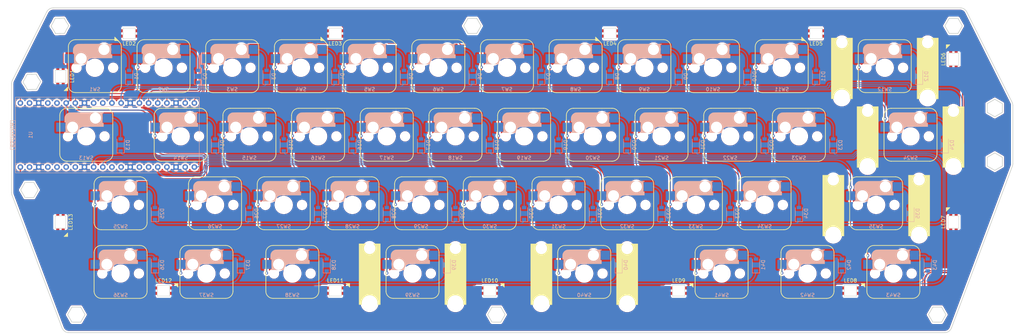
<source format=kicad_pcb>
(kicad_pcb (version 20211014) (generator pcbnew)
  (layers (0 "F.Cu" signal) (31 "B.Cu" signal) (34 "B.Paste" user) (35 "F.Paste" user) (36 "B.SilkS" user "B.Silkscreen") (37 "F.SilkS" user "F.Silkscreen") (38 "B.Mask" user) (39 "F.Mask" user) (44 "Edge.Cuts" user))
  (net 0 "")
  (net 1 "col0")
  (net 2 "Net-(D1-Pad2)")
  (net 3 "Net-(D2-Pad2)")
  (net 4 "Net-(D3-Pad2)")
  (net 5 "Net-(D4-Pad2)")
  (net 6 "Net-(D5-Pad2)")
  (net 7 "Net-(D6-Pad2)")
  (net 8 "Net-(D7-Pad2)")
  (net 9 "Net-(D8-Pad2)")
  (net 10 "Net-(D9-Pad2)")
  (net 11 "Net-(D10-Pad2)")
  (net 12 "Net-(D11-Pad2)")
  (net 13 "Net-(D12-Pad2)")
  (net 14 "col1")
  (net 15 "Net-(D13-Pad2)")
  (net 16 "Net-(D14-Pad2)")
  (net 17 "Net-(D15-Pad2)")
  (net 18 "Net-(D16-Pad2)")
  (net 19 "Net-(D17-Pad2)")
  (net 20 "Net-(D18-Pad2)")
  (net 21 "Net-(D19-Pad2)")
  (net 22 "Net-(D20-Pad2)")
  (net 23 "Net-(D21-Pad2)")
  (net 24 "Net-(D22-Pad2)")
  (net 25 "Net-(D23-Pad2)")
  (net 26 "Net-(D24-Pad2)")
  (net 27 "col2")
  (net 28 "Net-(D25-Pad2)")
  (net 29 "Net-(D26-Pad2)")
  (net 30 "Net-(D27-Pad2)")
  (net 31 "Net-(D28-Pad2)")
  (net 32 "Net-(D29-Pad2)")
  (net 33 "Net-(D30-Pad2)")
  (net 34 "Net-(D31-Pad2)")
  (net 35 "Net-(D32-Pad2)")
  (net 36 "Net-(D33-Pad2)")
  (net 37 "Net-(D34-Pad2)")
  (net 38 "Net-(D35-Pad2)")
  (net 39 "col3")
  (net 40 "Net-(D36-Pad2)")
  (net 41 "Net-(D37-Pad2)")
  (net 42 "Net-(D38-Pad2)")
  (net 43 "Net-(D39-Pad2)")
  (net 44 "Net-(D40-Pad2)")
  (net 45 "Net-(D41-Pad2)")
  (net 46 "Net-(D42-Pad2)")
  (net 47 "Net-(D43-Pad2)")
  (net 48 "row0")
  (net 49 "row1")
  (net 50 "row2")
  (net 51 "row3")
  (net 52 "row4")
  (net 53 "row5")
  (net 54 "row6")
  (net 55 "row7")
  (net 56 "row8")
  (net 57 "row9")
  (net 58 "row10")
  (net 59 "row11")
  (net 60 "GND")
  (net 61 "led")
  (net 69 "VCC")
  (net 72 "Net-(LED1-Pad2)")
  (net 73 "Net-(LED2-Pad2)")
  (net 74 "Net-(LED3-Pad2)")
  (net 75 "Net-(LED4-Pad2)")
  (net 76 "Net-(LED5-Pad2)")
  (net 77 "Net-(LED6-Pad2)")
  (net 78 "Net-(LED7-Pad2)")
  (net 79 "Net-(LED8-Pad2)")
  (net 80 "Net-(LED10-Pad4)")
  (net 81 "Net-(LED10-Pad2)")
  (net 82 "Net-(LED11-Pad2)")
  (net 83 "Net-(LED12-Pad2)")
  (footprint "mikamo3:CherryMX_Hotswap_1u" (layer "F.Cu") (at 262.99125 165.42125)
    (fp_text reference "SW33")
    (fp_text value "SW_PUSH" hide)
  )
  (footprint "mikamo3:YS-SK6812MINI-E" (layer "F.Cu") (at 305.85375 189.23375 180)
    (fp_text reference "LED8")
    (fp_text value "YS-SK6812MINI-E" hide)
    (fp_line (start 1.7 1.5) (end -1.7 1.5) (layer "Edge.Cuts") (width 0.12))
    (fp_line (start -1.7 -1.5) (end 1.7 -1.5) (layer "Edge.Cuts") (width 0.12))
    (fp_line (start 1.7 -1.5) (end 1.7 1.5) (layer "Edge.Cuts") (width 0.12))
    (fp_line (start -1.7 1.5) (end -1.7 -1.5) (layer "Edge.Cuts") (width 0.12))
  )
  (footprint "mikamo3:YS-SK6812MINI-E" (layer "F.Cu") (at 115.35375 189.23375 180)
    (fp_text reference "LED12")
    (fp_text value "YS-SK6812MINI-E" hide)
    (fp_line (start -1.7 1.5) (end -1.7 -1.5) (layer "Edge.Cuts") (width 0.12))
    (fp_line (start 1.7 -1.5) (end 1.7 1.5) (layer "Edge.Cuts") (width 0.12))
    (fp_line (start 1.7 1.5) (end -1.7 1.5) (layer "Edge.Cuts") (width 0.12))
    (fp_line (start -1.7 -1.5) (end 1.7 -1.5) (layer "Edge.Cuts") (width 0.12))
  )
  (footprint "mikamo3:YS-SK6812MINI-E" (layer "F.Cu") (at 334.42875 170.18375 -90)
    (fp_text reference "LED7")
    (fp_text value "YS-SK6812MINI-E" hide)
    (fp_line (start -1.7 1.5) (end -1.7 -1.5) (layer "Edge.Cuts") (width 0.12))
    (fp_line (start 1.7 1.5) (end -1.7 1.5) (layer "Edge.Cuts") (width 0.12))
    (fp_line (start -1.7 -1.5) (end 1.7 -1.5) (layer "Edge.Cuts") (width 0.12))
    (fp_line (start 1.7 -1.5) (end 1.7 1.5) (layer "Edge.Cuts") (width 0.12))
  )
  (footprint "mikamo3:CherryMX_Hotswap_1u" (layer "F.Cu") (at 215.36625 146.37125)
    (fp_text reference "SW19")
    (fp_text value "SW_PUSH" hide)
  )
  (footprint "mikamo3:CherryMX_Hotswap_1u" (layer "F.Cu") (at 196.31625 146.37125)
    (fp_text reference "SW18")
    (fp_text value "SW_PUSH" hide)
  )
  (footprint "mikamo3:CherryMX_Hotswap_1u" (layer "F.Cu") (at 291.56625 146.37125)
    (fp_text reference "SW23")
    (fp_text value "SW_PUSH" hide)
  )
  (footprint "mikamo3:CherryMX_Hotswap_1u" (layer "F.Cu") (at 191.55375 127.32125)
    (fp_text reference "SW6")
    (fp_text value "SW_PUSH" hide)
  )
  (footprint "mikamo3:CherryMX_Hotswap_1.25u" (layer "F.Cu") (at 151.0725 184.47125)
    (fp_text reference "SW38")
    (fp_text value "SW_PUSH" hide)
  )
  (footprint "mikamo3:CherryMX_Hotswap_1u" (layer "F.Cu") (at 167.74125 165.42125)
    (fp_text reference "SW28")
    (fp_text value "SW_PUSH" hide)
  )
  (footprint "mikamo3:CherryMX_Hotswap_1u" (layer "F.Cu") (at 272.51625 146.37125)
    (fp_text reference "SW22")
    (fp_text value "SW_PUSH" hide)
  )
  (footprint "mikamo3:CherryMX_Hotswap_2.25u" (layer "F.Cu") (at 184.41 184.47125)
    (fp_text reference "SW39")
    (fp_text value "SW_PUSH" hide)
  )
  (footprint "mikamo3:YS-SK6812MINI-E" (layer "F.Cu") (at 86.77875 170.18375 90)
    (fp_text reference "LED13")
    (fp_text value "YS-SK6812MINI-E" hide)
    (fp_line (start 1.7 -1.5) (end 1.7 1.5) (layer "Edge.Cuts") (width 0.12))
    (fp_line (start -1.7 -1.5) (end 1.7 -1.5) (layer "Edge.Cuts") (width 0.12))
    (fp_line (start 1.7 1.5) (end -1.7 1.5) (layer "Edge.Cuts") (width 0.12))
    (fp_line (start -1.7 1.5) (end -1.7 -1.5) (layer "Edge.Cuts") (width 0.12))
  )
  (footprint "mikamo3:CherryMX_Hotswap_1.25u" (layer "F.Cu") (at 127.26 184.47125)
    (fp_text reference "SW37")
    (fp_text value "SW_PUSH" hide)
  )
  (footprint "mikamo3:CherryMX_Hotswap_1u" (layer "F.Cu") (at 172.50375 127.32125)
    (fp_text reference "SW5")
    (fp_text value "SW_PUSH" hide)
  )
  (footprint "mikamo3:CherryMX_Hotswap_1u" (layer "F.Cu") (at 148.69125 165.42125)
    (fp_text reference "SW27")
    (fp_text value "SW_PUSH" hide)
  )
  (footprint "mikamo3:YS-SK6812MINI-E" (layer "F.Cu") (at 239.17875 117.79625)
    (fp_text reference "LED4")
    (fp_text value "YS-SK6812MINI-E" hide)
    (fp_line (start -1.7 -1.5) (end 1.7 -1.5) (layer "Edge.Cuts") (width 0.12))
    (fp_line (start 1.7 1.5) (end -1.7 1.5) (layer "Edge.Cuts") (width 0.12))
    (fp_line (start -1.7 1.5) (end -1.7 -1.5) (layer "Edge.Cuts") (width 0.12))
    (fp_line (start 1.7 -1.5) (end 1.7 1.5) (layer "Edge.Cuts") (width 0.12))
  )
  (footprint "mikamo3:YS-SK6812MINI-E" (layer "F.Cu") (at 162.97875 117.79625)
    (fp_text reference "LED3")
    (fp_text value "YS-SK6812MINI-E" hide)
    (fp_line (start -1.7 -1.5) (end 1.7 -1.5) (layer "Edge.Cuts") (width 0.12))
    (fp_line (start 1.7 -1.5) (end 1.7 1.5) (layer "Edge.Cuts") (width 0.12))
    (fp_line (start -1.7 1.5) (end -1.7 -1.5) (layer "Edge.Cuts") (width 0.12))
    (fp_line (start 1.7 1.5) (end -1.7 1.5) (layer "Edge.Cuts") (width 0.12))
  )
  (footprint "mikamo3:CherryMX_Hotswap_1.25u" (layer "F.Cu") (at 103.4475 184.47125)
    (fp_text reference "SW36")
    (fp_text value "SW_PUSH" hide)
  )
  (footprint "mikamo3:CherryMX_Hotswap_1u" (layer "F.Cu") (at 229.65375 127.32125)
    (fp_text reference "SW8")
    (fp_text value "SW_PUSH" hide)
  )
  (footprint "mikamo3:CherryMX_Hotswap_1u" (layer "F.Cu") (at 134.40375 127.32125)
    (fp_text reference "SW3")
    (fp_text value "SW_PUSH" hide)
  )
  (footprint "mikamo3:CherryMX_Hotswap_1u" (layer "F.Cu") (at 120.11625 146.37125)
    (fp_text reference "SW14")
    (fp_text value "SW_PUSH" hide)
  )
  (footprint "mikamo3:CherryMX_Hotswap_1u" (layer "F.Cu") (at 205.84125 165.42125)
    (fp_text reference "SW30")
    (fp_text value "SW_PUSH" hide)
  )
  (footprint "mikamo3:CherryMX_Hotswap_1u" (layer "F.Cu") (at 139.16625 146.37125)
    (fp_text reference "SW15")
    (fp_text value "SW_PUSH" hide)
  )
  (footprint "mikamo3:YS-SK6812MINI-E" (layer "F.Cu") (at 205.84125 189.23375 180)
    (fp_text reference "LED10")
    (fp_text value "YS-SK6812MINI-E" hide)
    (fp_line (start 1.7 1.5) (end -1.7 1.5) (layer "Edge.Cuts") (width 0.12))
    (fp_line (start -1.7 1.5) (end -1.7 -1.5) (layer "Edge.Cuts") (width 0.12))
    (fp_line (start -1.7 -1.5) (end 1.7 -1.5) (layer "Edge.Cuts") (width 0.12))
    (fp_line (start 1.7 -1.5) (end 1.7 1.5) (layer "Edge.Cuts") (width 0.12))
  )
  (footprint "mikamo3:CherryMX_Hotswap_1u" (layer "F.Cu") (at 286.80375 127.32125)
    (fp_text reference "SW11")
    (fp_text value "SW_PUSH" hide)
  )
  (footprint "mikamo3:CherryMX_Hotswap_1u" (layer "F.Cu") (at 115.35375 127.32125)
    (fp_text reference "SW2")
    (fp_text value "SW_PUSH" hide)
  )
  (footprint "mikamo3:CherryMX_Hotswap_1u" (layer "F.Cu") (at 253.46625 146.37125)
    (fp_text reference "SW21")
    (fp_text value "SW_PUSH" hide)
  )
  (footprint "mikamo3:CherryMX_Hotswap_1u" (layer "F.Cu") (at 267.75375 127.32125)
    (fp_text reference "SW10")
    (fp_text value "SW_PUSH" hide)
  )
  (footprint "mikamo3:CherryMX_Hotswap_1u" (layer "F.Cu") (at 224.89125 165.42125)
    (fp_text reference "SW31")
    (fp_text value "SW_PUSH" hide)
  )
  (footprint "mikamo3:CherryMX_Hotswap_1.75u" (layer "F.Cu") (at 103.4475 165.42125)
    (fp_text reference "SW25")
    (fp_text value "SW_PUSH" hide)
  )
  (footprint "mikamo3:YS-SK6812MINI-E" (layer "F.Cu") (at 162.97875 189.23375 180)
    (fp_text reference "LED11")
    (fp_text value "YS-SK6812MINI-E" hide)
    (fp_line (start 1.7 -1.5) (end 1.7 1.5) (layer "Edge.Cuts") (width 0.12))
    (fp_line (start 1.7 1.5) (end -1.7 1.5) (layer "Edge.Cuts") (width 0.12))
    (fp_line (start -1.7 -1.5) (end 1.7 -1.5) (layer "Edge.Cuts") (width 0.12))
    (fp_line (start -1.7 1.5) (end -1.7 -1.5) (layer "Edge.Cuts") (width 0.12))
  )
  (footprint "mikamo3:CherryMX_Hotswap_1u" (layer "F.Cu") (at 153.45375 127.32125)
    (fp_text reference "SW4")
    (fp_text value "SW_PUSH" hide)
  )
  (footprint "mikamo3:CherryMX_Hotswap_1u" (layer "F.Cu") (at 248.70375 127.32125)
    (fp_text reference "SW9")
    (fp_text value "SW_PUSH" hide)
  )
  (footprint "mikamo3:YS-SK6812MINI-E" (layer "F.Cu") (at 105.82875 117.79625)
    (fp_text reference "LED2")
    (fp_text value "YS-SK6812MINI-E" hide)
    (fp_line (start -1.7 -1.5) (end 1.7 -1.5) (layer "Edge.Cuts") (width 0.12))
    (fp_line (start 1.7 1.5) (end -1.7 1.5) (layer "Edge.Cuts") (width 0.12))
    (fp_line (start -1.7 1.5) (end -1.7 -1.5) (layer "Edge.Cuts") (width 0.12))
    (fp_line (start 1.7 -1.5) (end 1.7 1.5) (layer "Edge.Cuts") (width 0.12))
  )
  (footprint "mikamo3:CherryMX_Hotswap_1u" (layer "F.Cu") (at 210.60375 127.32125)
    (fp_text reference "SW7")
    (fp_text value "SW_PUSH" hide)
  )
  (footprint "mikamo3:CherryMX_Hotswap_2u" (layer "F.Cu") (at 315.37875 127.32125)
    (fp_text reference "SW12")
    (fp_text value "SW_PUSH" hide)
  )
  (footprint "mikamo3:CherryMX_Hotswap_2.25u" (layer "F.Cu") (at 312.9975 165.42125)
    (fp_text reference "SW35")
    (fp_text value "SW_PUSH" hide)
  )
  (footprint "mikamo3:CherryMX_Hotswap_1u" (layer "F.Cu") (at 234.41625 146.37125)
    (fp_text reference "SW20")
    (fp_text value "SW_PUSH" hide)
  )
  (footprint "mikamo3:YS-SK6812MINI-E" (layer "F.Cu") (at 296.32875 117.79625)
    (fp_text reference "LED5")
    (fp_text value "YS-SK6812MINI-E" hide)
    (fp_line (start -1.7 1.5) (end -1.7 -1.5) (layer "Edge.Cuts") (width 0.12))
    (fp_line (start 1.7 -1.5) (end 1.7 1.5) (layer "Edge.Cuts") (width 0.12))
    (fp_line (start -1.7 -1.5) (end 1.7 -1.5) (layer "Edge.Cuts") (width 0.12))
    (fp_line (start 1.7 1.5) (end -1.7 1.5) (layer "Edge.Cuts") (width 0.12))
  )
  (footprint "mikamo3:CherryMX_Hotswap_1u" (layer "F.Cu") (at 96.30375 127.32125)
    (fp_text reference "SW1")
    (fp_text value "SW_PUSH" hide)
  )
  (footprint "mikamo3:CherryMX_Hotswap_1u" (layer "F.Cu") (at 129.64125 165.42125)
    (fp_text reference "SW26")
    (fp_text value "SW_PUSH" hide)
  )
  (footprint "mikamo3:CherryMX_Hotswap_1.25u" (layer "F.Cu") (at 317.76 184.47125)
    (fp_text reference "SW43")
    (fp_text value "SW_PUSH" hide)
  )
  (footprint "mikamo3:YS-SK6812MINI-E" (layer "F.Cu") (at 334.42875 124.94 -90)
    (fp_text reference "LED6")
    (fp_text value "YS-SK6812MINI-E" hide)
    (fp_line (start 1.7 -1.5) (end 1.7 1.5) (layer "Edge.Cuts") (width 0.12))
    (fp_line (start -1.7 -1.5) (end 1.7 -1.5) (layer "Edge.Cuts") (width 0.12))
    (fp_line (start 1.7 1.5) (end -1.7 1.5) (layer "Edge.Cuts") (width 0.12))
    (fp_line (start -1.7 1.5) (end -1.7 -1.5) (layer "Edge.Cuts") (width 0.12))
  )
  (footprint "mikamo3:CherryMX_Hotswap_1.25u" (layer "F.Cu") (at 270.135 184.47125)
    (fp_text reference "SW41")
    (fp_text value "SW_PUSH" hide)
  )
  (footprint "mikamo3:CherryMX_Hotswap_1.25u" (layer "F.Cu") (at 293.9475 184.47125)
    (fp_text reference "SW42")
    (fp_text value "SW_PUSH" hide)
  )
  (footprint "mikamo3:CherryMX_Hotswap_1u" (layer "F.Cu") (at 243.94125 165.42125)
    (fp_text reference "SW32")
    (fp_text value "SW_PUSH" hide)
  )
  (footprint "mikamo3:CherryMX_Hotswap_1u" (layer "F.Cu") (at 282.04125 165.42125)
    (fp_text reference "SW34")
    (fp_text value "SW_PUSH" hide)
  )
  (footprint "mikamo3:CherryMX_Hotswap_1u" (layer "F.Cu") (at 177.26625 146.37125)
    (fp_text reference "SW17")
    (fp_text value "SW_PUSH" hide)
  )
  (footprint "mikamo3:CherryMX_Hotswap_2.25u" (layer "F.Cu") (at 322.5225 146.37125)
    (fp_text reference "SW24")
    (fp_text value "SW_PUSH" hide)
  )
  (footprint "mikamo3:CherryMX_Hotswap_1u" (layer "F.Cu") (at 158.21625 146.37125)
    (fp_text reference "SW16")
    (fp_text value "SW_PUSH" hide)
  )
  (footprint "mikamo3:CherryMX_Hotswap_2.75u" (layer "F.Cu") (at 232.035 184.47125)
    (fp_text reference "SW40")
    (fp_text value "SW_PUSH" hide)
  )
  (footprint "mikamo3:CherryMX_Hotswap_1.75u" (layer "F.Cu") (at 93.9225 146.37125)
    (fp_text reference "SW13")
    (fp_text value "SW_PUSH" hide)
  )
  (footprint "mikamo3:YS-SK6812MINI-E" (layer "F.Cu") (at 258.22875 189.23375 180)
    (fp_text reference "LED9")
    (fp_text value "YS-SK6812MINI-E" hide)
    (fp_line (start -1.7 1.5) (end -1.7 -1.5) (layer "Edge.Cuts") (width 0.12))
    (fp_line (start 1.7 1.5) (end -1.7 1.5) (layer "Edge.Cuts") (width 0.12))
    (fp_line (start -1.7 -1.5) (end 1.7 -1.5) (layer "Edge.Cuts") (width 0.12))
    (fp_line (start 1.7 -1.5) (end 1.7 1.5) (layer "Edge.Cuts") (width 0.12))
  )
  (footprint "mikamo3:CherryMX_Hotswap_1u" (layer "F.Cu") (at 186.79125 165.42125)
    (fp_text reference "SW29")
    (fp_text value "SW_PUSH" hide)
  )
  (footprint "mikamo3:YS-SK6812MINI-E" (layer "F.Cu") (at 86.77875 129.7025 90)
    (fp_text reference "LED1")
    (fp_text value "YS-SK6812MINI-E" hide)
    (fp_line (start -1.7 -1.5) (end 1.7 -1.5) (layer "Edge.Cuts") (width 0.12))
    (fp_line (start 1.7 -1.5) (end 1.7 1.5) (layer "Edge.Cuts") (width 0.12))
    (fp_line (start 1.7 1.5) (end -1.7 1.5) (layer "Edge.Cuts") (width 0.12))
    (fp_line (start -1.7 1.5) (end -1.7 -1.5) (layer "Edge.Cuts") (width 0.12))
  )
  (footprint "Diode_SMD:D_SOD-123" (layer "B.Cu") (at 220.12875 129.7025 90)
    (fp_text reference "D7")
    (fp_text value "D")
  )
  (footprint "Diode_SMD:D_SOD-123" (layer "B.Cu") (at 186.79125 148.7525 90)
    (fp_text reference "D17")
    (fp_text value "D")
  )
  (footprint "Diode_SMD:D_SOD-123" (layer "B.Cu") (at 112.9725 182.09 90)
    (fp_text reference "D36")
    (fp_text value "D")
  )
  (footprint "Diode_SMD:D_SOD-123" (layer "B.Cu") (at 158.21625 167.8025 90)
    (fp_text reference "D27")
    (fp_text value "D")
  )
  (footprint "Diode_SMD:D_SOD-123" (layer "B.Cu") (at 182.02875 129.7025 90)
    (fp_text reference "D5")
    (fp_text value "D")
  )
  (footprint "Diode_SMD:D_SOD-123" (layer "B.Cu") (at 262.99125 148.7525 90)
    (fp_text reference "D21")
    (fp_text value "D")
  )
  (footprint "Diode_SMD:D_SOD-123" (layer "B.Cu") (at 332.0475 148.7525 90)
    (fp_text reference "D24")
    (fp_text value "D")
  )
  (footprint "Diode_SMD:D_SOD-123" (layer "B.Cu") (at 258.22875 129.7025 90)
    (fp_text reference "D9")
    (fp_text value "D")
  )
  (footprint "Diode_SMD:D_SOD-123" (layer "B.Cu") (at 112.9725 167.8025 90)
    (fp_text reference "D25")
    (fp_text value "D")
  )
  (footprint "Diode_SMD:D_SOD-123" (layer "B.Cu") (at 303.4725 182.09 90)
    (fp_text reference "D42")
    (fp_text value "D")
  )
  (footprint "Diode_SMD:D_SOD-123" (layer "B.Cu") (at 103.4475 148.7525 90)
    (fp_text reference "D13")
    (fp_text value "D")
  )
  (footprint "Diode_SMD:D_SOD-123" (layer "B.Cu") (at 148.69125 148.7525 90)
    (fp_text reference "D15")
    (fp_text value "D")
  )
  (footprint "Diode_SMD:D_SOD-123" (layer "B.Cu") (at 253.46625 167.8025 90)
    (fp_text reference "D32")
    (fp_text value "D")
  )
  (footprint "Diode_SMD:D_SOD-123" (layer "B.Cu") (at 272.51625 167.8025 90)
    (fp_text reference "D33")
    (fp_text value "D")
  )
  (footprint "Diode_SMD:D_SOD-123" (layer "B.Cu") (at 143.92875 129.7025 90)
    (fp_text reference "D3")
    (fp_text value "D")
  )
  (footprint "Diode_SMD:D_SOD-123" (layer "B.Cu") (at 215.36625 167.8025 90)
    (fp_text reference "D30")
    (fp_text value "D")
  )
  (footprint "Diode_SMD:D_SOD-123" (layer "B.Cu") (at 162.97875 129.7025 90)
    (fp_text reference "D4")
    (fp_text value "D")
  )
  (footprint "Diode_SMD:D_SOD-123" (layer "B.Cu") (at 196.31625 167.8025 90)
    (fp_text reference "D29")
    (fp_text value "D")
  )
  (footprint "Diode_SMD:D_SOD-123" (layer "B.Cu") (at 322.5225 167.8025 90)
    (fp_text reference "D35")
    (fp_text value "D")
  )
  (footprint "Diode_SMD:D_SOD-123" (layer "B.Cu") (at 167.74125 148.7525 90)
    (fp_text reference "D16")
    (fp_text value "D")
  )
  (footprint "Diode_SMD:D_SOD-123" (layer "B.Cu") (at 243.94125 148.7525 90)
    (fp_text reference "D20")
    (fp_text value "D")
  )
  (footprint "Diode_SMD:D_SOD-123" (layer "B.Cu") (at 301.09125 148.7525 90)
    (fp_text reference "D23")
    (fp_text value "D")
  )
  (footprint "Diode_SMD:D_SOD-123" (layer "B.Cu") (at 277.27875 129.7025 90)
    (fp_text reference "D10")
    (fp_text value "D")
  )
  (footprint "Diode_SMD:D_SOD-123" (layer "B.Cu") (at 105.82875 129.7025 90)
    (fp_text reference "D1")
    (fp_text value "D")
  )
  (footprint "Diode_SMD:D_SOD-123" (layer "B.Cu") (at 124.87875 129.7025 90)
    (fp_text reference "D2")
    (fp_text value "D")
  )
  (footprint "Diode_SMD:D_SOD-123" (layer "B.Cu") (at 291.56625 167.8025 90)
    (fp_text reference "D34")
    (fp_text value "D")
  )
  (footprint "Diode_SMD:D_SOD-123" (layer "B.Cu") (at 241.56 182.09 90)
    (fp_text reference "D40")
    (fp_text value "D")
  )
  (footprint "Diode_SMD:D_SOD-123" (layer "B.Cu") (at 296.32875 129.7025 90)
    (fp_text reference "D11")
    (fp_text value "D")
  )
  (footprint "Diode_SMD:D_SOD-123" (layer "B.Cu") (at 139.16625 167.8025 90)
    (fp_text reference "D26")
    (fp_text value "D")
  )
  (footprint "Diode_SMD:D_SOD-123" (layer "B.Cu") (at 282.04125 148.7525 90)
    (fp_text reference "D22")
    (fp_text value "D")
  )
  (footprint "Diode_SMD:D_SOD-123" (layer "B.Cu") (at 201.07875 129.7025 90)
    (fp_text reference "D6")
    (fp_text value "D")
  )
  (footprint "Diode_SMD:D_SOD-123" (layer "B.Cu") (at 136.785 182.09 90)
    (fp_text reference "D37")
    (fp_text value "D")
  )
  (footprint "Diode_SMD:D_SOD-123" (layer "B.Cu") (at 193.935 182.09 90)
    (fp_text reference "D39")
    (fp_text value "D")
  )
  (footprint "Diode_SMD:D_SOD-123" (layer "B.Cu") (at 324.90375 129.7025 90)
    (fp_text reference "D12")
    (fp_text value "D")
  )
  (footprint "Diode_SMD:D_SOD-123" (layer "B.Cu") (at 129.64125 148.7525 90)
    (fp_text reference "D14")
    (fp_text value "D")
  )
  (footprint "Diode_SMD:D_SOD-123" (layer "B.Cu") (at 234.41625 167.8025 90)
    (fp_text reference "D31")
    (fp_text value "D")
  )
  (footprint "Diode_SMD:D_SOD-123" (layer "B.Cu") (at 160.5975 182.09 90)
    (fp_text reference "D38")
    (fp_text value "D")
  )
  (footprint "Diode_SMD:D_SOD-123" (layer "B.Cu") (at 205.84125 148.7525 90)
    (fp_text reference "D18")
    (fp_text value "D")
  )
  (footprint "Diode_SMD:D_SOD-123" (layer "B.Cu") (at 327.285 182.09 90)
    (fp_text reference "D43")
    (fp_text value "D")
  )
  (footprint "Diode_SMD:D_SOD-123" (layer "B.Cu") (at 239.17875 129.7025 90)
    (fp_text reference "D8")
    (fp_text value "D")
  )
  (footprint "Diode_SMD:D_SOD-123" (layer "B.Cu") (at 177.26625 167.8025 90)
    (fp_text reference "D28")
    (fp_text value "D")
  )
  (footprint "Diode_SMD:D_SOD-123" (layer "B.Cu") (at 279.66 182.09 90)
    (fp_text reference "D41")
    (fp_text value "D")
  )
  (footprint "Diode_SMD:D_SOD-123" (layer "B.Cu") (at 224.89125 148.7525 90)
    (fp_text reference "D19")
    (fp_text value "D")
  )
  (footprint "mikamo3:raspberry_pi_pico" (layer "B.Cu") (at 99.77875 146.00875 -90)
    (fp_text reference "U1")
    (fp_text value "Pico")
  )
  (gr_line (start 343.799446 137.289896) (end 345.899446 136.077461) (layer "Edge.Cuts") (width 0.2))
  (gr_line (start 347.999446 139.714767) (end 345.899446 140.927203) (layer "Edge.Cuts") (width 0.2))
  (gr_line (start 92.382524 193.791768) (end 93.59496 195.891768) (layer "Edge.Cuts") (width 0.2))
  (gr_line (start 331.140439 193.791768) (end 332.352875 195.891768) (layer "Edge.Cuts") (width 0.2))
  (gr_line (start 335.689202 113.591768) (end 336.901638 115.691768) (layer "Edge.Cuts") (width 0.2))
  (gr_line (start 350.899446 153.945626) (end 350.899446 137.793162) (layer "Edge.Cuts") (width 0.2))
  (gr_line (start 345.899446 155.825305) (end 343.799446 154.61287) (layer "Edge.Cuts") (width 0.2))
  (gr_line (start 80.073823 133.271012) (end 80.032972 133.341768) (layer "Edge.Cuts") (width 0.2))
  (gr_arc (start 73.342147 162.672237) (mid 73.246496 162.326158) (end 73.214266 161.968554) (layer "Edge.Cuts") (width 0.2))
  (gr_line (start 77.56725 129.212524) (end 77.608101 129.141768) (layer "Edge.Cuts") (width 0.2))
  (gr_line (start 336.901638 115.691768) (end 335.689202 117.791768) (layer "Edge.Cuts") (width 0.2))
  (gr_line (start 86.669723 117.791768) (end 85.521638 117.859977) (layer "Edge.Cuts") (width 0.2))
  (gr_line (start 76.399933 131.385578) (end 76.436516 131.312524) (layer "Edge.Cuts") (width 0.2))
  (gr_line (start 89.957653 193.791768) (end 92.382524 193.791768) (layer "Edge.Cuts") (width 0.2))
  (gr_line (start 343.799446 154.61287) (end 343.799446 152.187998) (layer "Edge.Cuts") (width 0.2))
  (gr_line (start 335.689202 117.791768) (end 333.264331 117.791768) (layer "Edge.Cuts") (width 0.2))
  (gr_line (start 78.75821 129.141768) (end 79.906294 129.073559) (layer "Edge.Cuts") (width 0.2))
  (gr_line (start 343.799446 152.187998) (end 345.899446 150.975563) (layer "Edge.Cuts") (width 0.2))
  (gr_line (start 347.999446 154.61287) (end 345.899446 155.825305) (layer "Edge.Cuts") (width 0.2))
  (gr_line (start 87.860683 117.721012) (end 87.819832 117.791768) (layer "Edge.Cuts") (width 0.2))
  (gr_line (start 76.436516 131.312524) (end 76.395665 131.241768) (layer "Edge.Cuts") (width 0.2))
  (gr_line (start 328.715568 197.991768) (end 327.503132 195.891768) (layer "Edge.Cuts") (width 0.2))
  (gr_line (start 84.186793 115.835578) (end 84.223376 115.762524) (layer "Edge.Cuts") (width 0.2))
  (gr_line (start 345.899446 136.077461) (end 347.999446 137.289896) (layer "Edge.Cuts") (width 0.2))
  (gr_line (start 78.882863 133.341768) (end 77.734778 133.409977) (layer "Edge.Cuts") (width 0.2))
  (gr_line (start 80.580278 161.266768) (end 79.367842 163.366768) (layer "Edge.Cuts") (width 0.2))
  (gr_line (start 77.608101 133.341768) (end 77.033046 132.345744) (layer "Edge.Cuts") (width 0.2))
  (gr_line (start 202.219832 113.591768) (end 203.432267 115.691768) (layer "Edge.Cuts") (width 0.2))
  (gr_line (start 77.689803 133.341768) (end 77.608101 133.341768) (layer "Edge.Cuts") (width 0.2))
  (gr_line (start 202.219832 117.791768) (end 199.794961 117.791768) (layer "Edge.Cuts") (width 0.2))
  (gr_line (start 206.457653 197.991768) (end 205.245217 195.891768) (layer "Edge.Cuts") (width 0.2))
  (gr_line (start 85.521638 117.859977) (end 85.476663 117.791768) (layer "Edge.Cuts") (width 0.2))
  (gr_line (start 76.395665 131.241768) (end 76.97072 130.245744) (layer "Edge.Cuts") (width 0.2))
  (gr_line (start 80.670353 132.237792) (end 80.155381 133.266166) (layer "Edge.Cuts") (width 0.2))
  (gr_line (start 79.906294 129.073559) (end 79.95127 129.141768) (layer "Edge.Cuts") (width 0.2))
  (gr_line (start 199.794961 113.591768) (end 202.219832 113.591768) (layer "Edge.Cuts") (width 0.2))
  (gr_line (start 82.96625 111.79625) (end 73.425958 130.847773) (layer "Edge.Cuts") (width 0.2))
  (gr_line (start 210.09496 195.891768) (end 208.882524 197.991768) (layer "Edge.Cuts") (width 0.2))
  (gr_line (start 80.032972 129.141768) (end 80.608026 130.137792) (layer "Edge.Cuts") (width 0.2))
  (gr_line (start 88.457213 116.687792) (end 87.942241 117.716166) (layer "Edge.Cuts") (width 0.2))
  (gr_line (start 86.54507 113.591768) (end 87.693154 113.523559) (layer "Edge.Cuts") (width 0.2))
  (gr_line (start 87.942241 117.716166) (end 87.860683 117.721012) (layer "Edge.Cuts") (width 0.2))
  (gr_arc (start 89.09279 200.891768) (mid 87.954231 200.536056) (end 87.220671 199.595451) (layer "Edge.Cuts") (width 0.2))
  (gr_line (start 85.476663 117.791768) (end 85.394961 117.791768) (layer "Edge.Cuts") (width 0.2))
  (gr_line (start 73.342147 162.672237) (end 87.220671 199.595451) (layer "Edge.Cuts") (width 0.2))
  (gr_line (start 84.819906 116.795744) (end 84.186793 115.835578) (layer "Edge.Cuts") (width 0.2))
  (gr_line (start 347.999446 152.187998) (end 347.999446 154.61287) (layer "Edge.Cuts") (width 0.2))
  (gr_line (start 345.899446 140.927203) (end 343.799446 139.714767) (layer "Edge.Cuts") (width 0.2))
  (gr_line (start 76.97072 130.245744) (end 77.485691 129.21737) (layer "Edge.Cuts") (width 0.2))
  (gr_line (start 89.027999 115.547958) (end 88.991416 115.621012) (layer "Edge.Cuts") (width 0.2))
  (gr_arc (start 73.214266 131.743291) (mid 73.267909 131.283192) (end 73.425958 130.847773) (layer "Edge.Cuts") (width 0.2))
  (gr_line (start 80.032972 133.341768) (end 78.882863 133.341768) (layer "Edge.Cuts") (width 0.2))
  (gr_line (start 198.582525 115.691768) (end 199.794961 113.591768) (layer "Edge.Cuts") (width 0.2))
  (gr_line (start 343.799446 139.714767) (end 343.799446 137.289896) (layer "Edge.Cuts") (width 0.2))
  (gr_arc (start 82.96625 111.79625) (mid 83.703615 110.990146) (end 84.754558 110.691768) (layer "Edge.Cuts") (width 0.2))
  (gr_line (start 85.394961 113.591768) (end 86.54507 113.591768) (layer "Edge.Cuts") (width 0.2))
  (gr_line (start 93.59496 195.891768) (end 92.382524 197.991768) (layer "Edge.Cuts") (width 0.2))
  (gr_line (start 333.877421 199.595451) (end 350.771565 154.64931) (layer "Edge.Cuts") (width 0.2))
  (gr_line (start 88.394886 114.587792) (end 89.027999 115.547958) (layer "Edge.Cuts") (width 0.2))
  (gr_line (start 84.757579 114.695744) (end 85.272551 113.66737) (layer "Edge.Cuts") (width 0.2))
  (gr_line (start 80.155381 133.266166) (end 80.073823 133.271012) (layer "Edge.Cuts") (width 0.2))
  (gr_line (start 88.991416 115.621012) (end 89.032267 115.691768) (layer "Edge.Cuts") (width 0.2))
  (gr_line (start 76.942971 159.166768) (end 79.367842 159.166768) (layer "Edge.Cuts") (width 0.2))
  (gr_line (start 89.032267 115.691768) (end 88.457213 116.687792) (layer "Edge.Cuts") (width 0.2))
  (gr_line (start 81.245407 131.241768) (end 80.670353 132.237792) (layer "Edge.Cuts") (width 0.2))
  (gr_line (start 85.272551 113.66737) (end 85.35411 113.662524) (layer "Edge.Cuts") (width 0.2))
  (gr_line (start 85.394961 117.791768) (end 84.819906 116.795744) (layer "Edge.Cuts") (width 0.2))
  (gr_line (start 79.367842 159.166768) (end 80.580278 161.266768) (layer "Edge.Cuts") (width 0.2))
  (gr_line (start 87.73813 113.591768) (end 87.819832 113.591768) (layer "Edge.Cuts") (width 0.2))
  (gr_line (start 333.264331 113.591768) (end 335.689202 113.591768) (layer "Edge.Cuts") (width 0.2))
  (gr_line (start 79.367842 163.366768) (end 76.942971 163.366768) (layer "Edge.Cuts") (width 0.2))
  (gr_line (start 84.223376 115.762524) (end 84.182525 115.691768) (layer "Edge.Cuts") (width 0.2))
  (gr_line (start 89.09279 200.891768) (end 332.005302 200.891768) (layer "Edge.Cuts") (width 0.2))
  (gr_arc (start 350.899446 153.945626) (mid 350.867216 154.303231) (end 350.771565 154.64931) (layer "Edge.Cuts") (width 0.2))
  (gr_line (start 80.608026 130.137792) (end 81.241139 131.097958) (layer "Edge.Cuts") (width 0.2))
  (gr_line (start 81.204556 131.171012) (end 81.245407 131.241768) (layer "Edge.Cuts") (width 0.2))
  (gr_line (start 73.214266 131.743291) (end 73.214266 161.968554) (layer "Edge.Cuts") (width 0.2))
  (gr_line (start 327.503132 195.891768) (end 328.715568 193.791768) (layer "Edge.Cuts") (width 0.2))
  (gr_line (start 92.382524 197.991768) (end 89.957653 197.991768) (layer "Edge.Cuts") (width 0.2))
  (gr_line (start 89.957653 197.991768) (end 88.745217 195.891768) (layer "Edge.Cuts") (width 0.2))
  (gr_line (start 203.432267 115.691768) (end 202.219832 117.791768) (layer "Edge.Cuts") (width 0.2))
  (gr_line (start 77.485691 129.21737) (end 77.56725 129.212524) (layer "Edge.Cuts") (width 0.2))
  (gr_line (start 84.182525 115.691768) (end 84.757579 114.695744) (layer "Edge.Cuts") (width 0.2))
  (gr_line (start 345.899446 150.975563) (end 347.999446 152.187998) (layer "Edge.Cuts") (width 0.2))
  (gr_line (start 206.457653 193.791768) (end 208.882524 193.791768) (layer "Edge.Cuts") (width 0.2))
  (gr_line (start 336.329604 110.691768) (end 84.754558 110.691768) (layer "Edge.Cuts") (width 0.2))
  (gr_line (start 81.241139 131.097958) (end 81.204556 131.171012) (layer "Edge.Cuts") (width 0.2))
  (gr_line (start 205.245217 195.891768) (end 206.457653 193.791768) (layer "Edge.Cuts") (width 0.2))
  (gr_line (start 332.352875 195.891768) (end 331.140439 197.991768) (layer "Edge.Cuts") (width 0.2))
  (gr_line (start 199.794961 117.791768) (end 198.582525 115.691768) (layer "Edge.Cuts") (width 0.2))
  (gr_line (start 79.95127 129.141768) (end 80.032972 129.141768) (layer "Edge.Cuts") (width 0.2))
  (gr_line (start 87.819832 117.791768) (end 86.669723 117.791768) (layer "Edge.Cuts") (width 0.2))
  (gr_line (start 350.687754 136.897644) (end 338.117913 111.79625) (layer "Edge.Cuts") (width 0.2))
  (gr_line (start 76.942971 163.366768) (end 75.730535 161.266768) (layer "Edge.Cuts") (width 0.2))
  (gr_line (start 208.882524 197.991768) (end 206.457653 197.991768) (layer "Edge.Cuts") (width 0.2))
  (gr_arc (start 350.687754 136.897644) (mid 350.845804 137.333062) (end 350.899446 137.793162) (layer "Edge.Cuts") (width 0.2))
  (gr_line (start 77.608101 129.141768) (end 78.75821 129.141768) (layer "Edge.Cuts") (width 0.2))
  (gr_line (start 87.693154 113.523559) (end 87.73813 113.591768) (layer "Edge.Cuts") (width 0.2))
  (gr_arc (start 333.877421 199.595451) (mid 333.143861 200.536056) (end 332.005302 200.891768) (layer "Edge.Cuts") (width 0.2))
  (gr_line (start 208.882524 193.791768) (end 210.09496 195.891768) (layer "Edge.Cuts") (width 0.2))
  (gr_line (start 75.730535 161.266768) (end 76.942971 159.166768) (layer "Edge.Cuts") (width 0.2))
  (gr_line (start 332.051895 115.691768) (end 333.264331 113.591768) (layer "Edge.Cuts") (width 0.2))
  (gr_line (start 87.819832 113.591768) (end 88.394886 114.587792) (layer "Edge.Cuts") (width 0.2))
  (gr_line (start 333.264331 117.791768) (end 332.051895 115.691768) (layer "Edge.Cuts") (width 0.2))
  (gr_line (start 347.999446 137.289896) (end 347.999446 139.714767) (layer "Edge.Cuts") (width 0.2))
  (gr_arc (start 336.329604 110.691768) (mid 337.380547 110.990146) (end 338.117913 111.79625) (layer "Edge.Cuts") (width 0.2))
  (gr_line (start 328.715568 193.791768) (end 331.140439 193.791768) (layer "Edge.Cuts") (width 0.2))
  (gr_line (start 88.745217 195.891768) (end 89.957653 193.791768) (layer "Edge.Cuts") (width 0.2))
  (gr_line (start 77.734778 133.409977) (end 77.689803 133.341768) (layer "Edge.Cuts") (width 0.2))
  (gr_line (start 331.140439 197.991768) (end 328.715568 197.991768) (layer "Edge.Cuts") (width 0.2))
  (gr_line (start 85.35411 113.662524) (end 85.394961 113.591768) (layer "Edge.Cuts") (width 0.2))
  (gr_line (start 77.033046 132.345744) (end 76.399933 131.385578) (layer "Edge.Cuts") (width 0.2))
  (segment (start 322 131.5) (end 300 131.5) (width 0.25) (layer "B.Cu") (net 1))
  (segment (start 323.738125 132.524375) (end 323.024375 132.524375) (width 0.25) (layer "B.Cu") (net 1))
  (segment (start 101.04875 134.948125) (end 101.04875 137.11875) (width 0.25) (layer "B.Cu") (net 1))
  (segment (start 298.975625 132.524375) (end 103.4725 132.524375) (width 0.25) (layer "B.Cu") (net 1))
  (arc (start 299.5 132) (mid 299.346414 132.370789) (end 298.975625 132.524375) (width 0.25) (layer "B.Cu") (net 1))
  (arc (start 182.04125 131.34625) (mid 181.696185 132.17931) (end 180.863125 132.524375) (width 0.25) (layer "B.Cu") (net 1))
  (arc (start 322.5 132) (mid 322.353553 131.646447) (end 322 131.5) (width 0.25) (layer "B.Cu") (net 1))
  (arc (start 143.94125 131.34625) (mid 143.596185 132.17931) (end 142.763125 132.524375) (width 0.25) (layer "B.Cu") (net 1))
  (arc (start 220.14125 131.34625) (mid 219.796185 132.17931) (end 218.963125 132.524375) (width 0.25) (layer "B.Cu") (net 1))
  (arc (start 323.024375 132.524375) (mid 322.653586 132.370789) (end 322.5 132) (width 0.25) (layer "B.Cu") (net 1))
  (arc (start 201.09125 131.34625) (mid 200.746185 132.17931) (end 199.913125 132.524375) (width 0.25) (layer "B.Cu") (net 1))
  (arc (start 258.22281 131.346249) (mid 257.877745 132.179309) (end 257.044685 132.524374) (width 0.25) (layer "B.Cu") (net 1))
  (arc (start 162.99125 131.34625) (mid 162.646185 132.17931) (end 161.813125 132.524375) (width 0.25) (layer "B.Cu") (net 1))
  (arc (start 296.333347 131.346249) (mid 295.988282 132.179309) (end 295.155222 132.524374) (width 0.25) (layer "B.Cu") (net 1))
  (arc (start 105.84125 131.34625) (mid 105.496185 132.17931) (end 104.663125 132.524375) (width 0.25) (layer "B.Cu") (net 1))
  (arc (start 124.86359 131.331571) (mid 124.518525 132.164631) (end 123.685465 132.509696) (width 0.25) (layer "B.Cu") (net 1))
  (arc (start 324.91625 131.34625) (mid 324.571185 132.17931) (end 323.738125 132.524375) (width 0.25) (layer "B.Cu") (net 1))
  (arc (start 239.186137 131.341137) (mid 238.841072 132.174197) (end 238.008012 132.519262) (width 0.25) (layer "B.Cu") (net 1))
  (arc (start 300 131.5) (mid 299.646447 131.646447) (end 299.5 132) (width 0.25) (layer "B.Cu") (net 1))
  (arc (start 277.29125 131.34625) (mid 276.946185 132.17931) (end 276.113125 132.524375) (width 0.25) (layer "B.Cu") (net 1))
  (arc (start 103.4725 132.524375) (mid 101.75865 133.234275) (end 101.04875 134.948125) (width 0.25) (layer "B.Cu") (net 1))
  (segment locked (start 105.82875 128.0525) (end 105.82875 124.94) (width 0.25) (layer "B.Cu") (net 2))
  (segment locked (start 103.13 122.24125) (end 102.14575 122.24125) (width 0.25) (layer "B.Cu") (net 2))
  (arc locked (start 105.82875 124.94) (mid 105.038304 123.031696) (end 103.13 122.24125) (width 0.25) (layer "B.Cu") (net 2))
  (segment locked (start 124.89125 128.07125) (end 124.89125 124.95875) (width 0.25) (layer "B.Cu") (net 3))
  (arc locked (start 124.89125 124.95875) (mid 124.100804 123.050446) (end 122.1925 122.26) (width 0.25) (layer "B.Cu") (net 3))
  (segment locked (start 143.94125 128.07125) (end 143.94125 124.95875) (width 0.25) (layer "B.Cu") (net 4))
  (arc locked (start 143.94125 124.95875) (mid 143.150804 123.050446) (end 141.2425 122.26) (width 0.25) (layer "B.Cu") (net 4))
  (segment locked (start 162.99125 128.07125) (end 162.99125 124.95875) (width 0.25) (layer "B.Cu") (net 5))
  (arc locked (start 162.99125 124.95875) (mid 162.200804 123.050446) (end 160.2925 122.26) (width 0.25) (layer "B.Cu") (net 5))
  (segment locked (start 182.04125 128.07125) (end 182.04125 124.95875) (width 0.25) (layer "B.Cu") (net 6))
  (arc locked (start 182.04125 124.95875) (mid 181.250804 123.050446) (end 179.3425 122.26) (width 0.25) (layer "B.Cu") (net 6))
  (segment locked (start 201.09125 128.07125) (end 201.09125 124.95875) (width 0.25) (layer "B.Cu") (net 7))
  (arc locked (start 201.09125 124.95875) (mid 200.300804 123.050446) (end 198.3925 122.26) (width 0.25) (layer "B.Cu") (net 7))
  (segment locked (start 220.14125 128.07125) (end 220.14125 124.95875) (width 0.25) (layer "B.Cu") (net 8))
  (arc locked (start 220.14125 124.95875) (mid 219.350804 123.050446) (end 217.4425 122.26) (width 0.25) (layer "B.Cu") (net 8))
  (segment locked (start 239.19125 128.07125) (end 239.19125 124.95875) (width 0.25) (layer "B.Cu") (net 9))
  (arc locked (start 239.19125 124.95875) (mid 238.400804 123.050446) (end 236.4925 122.26) (width 0.25) (layer "B.Cu") (net 9))
  (segment locked (start 258.24125 128.07125) (end 258.24125 124.95875) (width 0.25) (layer "B.Cu") (net 10))
  (arc locked (start 258.24125 124.95875) (mid 257.450804 123.050446) (end 255.5425 122.26) (width 0.25) (layer "B.Cu") (net 10))
  (segment locked (start 277.29125 128.07125) (end 277.29125 124.95875) (width 0.25) (layer "B.Cu") (net 11))
  (arc locked (start 277.29125 124.95875) (mid 276.500804 123.050446) (end 274.5925 122.26) (width 0.25) (layer "B.Cu") (net 11))
  (segment locked (start 296.34125 128.07125) (end 296.34125 124.95875) (width 0.25) (layer "B.Cu") (net 12))
  (arc locked (start 296.34125 124.95875) (mid 295.550804 123.050446) (end 293.6425 122.26) (width 0.25) (layer "B.Cu") (net 12))
  (segment locked (start 324.91625 128.07125) (end 324.91625 124.95875) (width 0.25) (layer "B.Cu") (net 13))
  (arc locked (start 324.91625 124.95875) (mid 324.125804 123.050446) (end 322.2175 122.26) (width 0.25) (layer "B.Cu") (net 13))
  (segment (start 336.703231 135.621132) (end 336.587612 135.265306) (width 0.25) (layer "B.Cu") (net 14))
  (segment (start 306.420479 151.586875) (end 307.320479 150.686875) (width 0.25) (layer "B.Cu") (net 14))
  (segment (start 103.58875 135.226875) (end 103.58875 137.11875) (width 0.25) (layer "B.Cu") (net 14))
  (segment (start 307.320479 150.686875) (end 331.763125 150.686875) (width 0.25) (layer "B.Cu") (net 14))
  (segment (start 332.0475 150.4025) (end 334.2425 150.4025) (width 0.25) (layer "B.Cu") (net 14))
  (segment (start 335.778099 134.018783) (end 335.50006 133.768436) (width 0.25) (layer "B.Cu") (net 14))
  (segment (start 302 151.586875) (end 306.420479 151.586875) (width 0.25) (layer "B.Cu") (net 14))
  (segment (start 336.587612 135.265306) (end 336.435434 134.923515) (width 0.25) (layer "B.Cu") (net 14))
  (segment (start 299.525625 132.974375) (end 105.84125 132.974375) (width 0.25) (layer "B.Cu") (net 14))
  (segment (start 336.820135 136.359181) (end 336.781023 135.987093) (width 0.25) (layer "B.Cu") (net 14))
  (segment (start 333.250625 132.974375) (end 322.474375 132.974375) (width 0.25) (layer "B.Cu") (net 14))
  (segment (start 336.8225 147.8225) (end 336.8225 136.54625) (width 0.25) (layer "B.Cu") (net 14))
  (segment (start 336.028448 134.296821) (end 335.778099 134.018783) (width 0.25) (layer "B.Cu") (net 14))
  (segment (start 333.809782 133.015873) (end 333.437694 132.976763) (width 0.25) (layer "B.Cu") (net 14))
  (segment (start 334.175744 133.093663) (end 333.809782 133.015873) (width 0.25) (layer "B.Cu") (net 14))
  (segment (start 336.781023 135.987093) (end 336.703231 135.621132) (width 0.25) (layer "B.Cu") (net 14))
  (segment (start 104.631875 151.586875) (end 302.281875 151.586875) (width 0.25) (layer "B.Cu") (net 14))
  (segment (start 334.53157 133.209279) (end 334.175744 133.093663) (width 0.25) (layer "B.Cu") (net 14))
  (segment (start 321.5 132) (end 300.5 132) (width 0.25) (layer "B.Cu") (net 14))
  (segment (start 333.437694 132.976763) (end 333.250625 132.974375) (width 0.25) (layer "B.Cu") (net 14))
  (segment (start 336.435434 134.923515) (end 336.248362 134.599503) (width 0.25) (layer "B.Cu") (net 14))
  (segment (start 335.197376 133.548524) (end 334.873362 133.361455) (width 0.25) (layer "B.Cu") (net 14))
  (segment (start 335.50006 133.768436) (end 335.197376 133.548524) (width 0.25) (layer "B.Cu") (net 14))
  (segment (start 336.8225 136.54625) (end 336.820135 136.359181) (width 0.25) (layer "B.Cu") (net 14))
  (segment (start 334.873362 133.361455) (end 334.53157 133.209279) (width 0.25) (layer "B.Cu") (net 14))
  (segment (start 302.281875 151.586875) (end 302.294375 151.586875) (width 0.25) (layer "B.Cu") (net 14))
  (segment (start 336.248362 134.599503) (end 336.028448 134.296821) (width 0.25) (layer "B.Cu") (net 14))
  (arc (start 334.2425 150.4025) (mid 336.066835 149.646835) (end 336.8225 147.8225) (width 0.25) (layer "B.Cu") (net 14))
  (arc (start 244.003834 150.396249) (mid 244.350729 151.233729) (end 245.188209 151.580624) (width 0.25) (layer "B.Cu") (net 14))
  (arc (start 103.4475 150.4025) (mid 103.794395 151.23998) (end 104.631875 151.586875) (width 0.25) (layer "B.Cu") (net 14))
  (arc (start 129.65375 150.39625) (mid 130.000645 151.23373) (end 130.838125 151.580625) (width 0.25) (layer "B.Cu") (net 14))
  (arc (start 300 132.5) (mid 299.861059 132.835434) (end 299.525625 132.974375) (width 0.25) (layer "B.Cu") (net 14))
  (arc (start 282.024958 150.366893) (mid 282.371853 151.204373) (end 283.209333 151.551268) (width 0.25) (layer "B.Cu") (net 14))
  (arc (start 300.5 132) (mid 300.146447 132.146447) (end 300 132.5) (width 0.25) (layer "B.Cu") (net 14))
  (arc (start 302.288125 151.580625) (mid 301.450645 151.23373) (end 301.10375 150.39625) (width 0.25) (layer "B.Cu") (net 14))
  (arc (start 322 132.5) (mid 321.853553 132.146447) (end 321.5 132) (width 0.25) (layer "B.Cu") (net 14))
  (arc (start 105.84125 132.974375) (mid 104.248492 133.634117) (end 103.58875 135.226875) (width 0.25) (layer "B.Cu") (net 14))
  (arc (start 167.75375 150.39625) (mid 168.100645 151.23373) (end 168.938125 151.580625) (width 0.25) (layer "B.Cu") (net 14))
  (arc (start 263.00375 150.39625) (mid 263.350645 151.23373) (end 264.188125 151.580625) (width 0.25) (layer "B.Cu") (net 14))
  (arc (start 302.281875 151.586875) (mid 302.286294 151.585044) (end 302.288125 151.580625) (width 0.25) (layer "B.Cu") (net 14))
  (arc (start 186.799765 150.372335) (mid 187.14666 151.209815) (end 187.98414 151.55671) (width 0.25) (layer "B.Cu") (net 14))
  (arc (start 224.90375 150.39625) (mid 225.250645 151.23373) (end 226.088125 151.580625) (width 0.25) (layer "B.Cu") (net 14))
  (arc (start 148.70375 150.39625) (mid 149.050645 151.23373) (end 149.888125 151.580625) (width 0.25) (layer "B.Cu") (net 14))
  (arc (start 205.85375 150.39625) (mid 206.200645 151.23373) (end 207.038125 151.580625) (width 0.25) (layer "B.Cu") (net 14))
  (arc (start 322.474375 132.974375) (mid 322.138941 132.835434) (end 322 132.5) (width 0.25) (layer "B.Cu") (net 14))
  (segment locked (start 103.46 147.12125) (end 103.46 144.00875) (width 0.25) (layer "B.Cu") (net 15))
  (arc locked (start 103.46 144.00875) (mid 102.669554 142.100446) (end 100.76125 141.31) (width 0.25) (layer "B.Cu") (net 15))
  (segment locked (start 129.65375 147.12125) (end 129.65375 144.00875) (width 0.25) (layer "B.Cu") (net 16))
  (arc locked (start 129.65375 144.00875) (mid 128.863304 142.100446) (end 126.955 141.31) (width 0.25) (layer "B.Cu") (net 16))
  (segment locked (start 148.70375 147.12125) (end 148.70375 144.00875) (width 0.25) (layer "B.Cu") (net 17))
  (arc locked (start 148.70375 144.00875) (mid 147.913304 142.100446) (end 146.005 141.31) (width 0.25) (layer "B.Cu") (net 17))
  (segment locked (start 167.75375 147.12125) (end 167.75375 144.00875) (width 0.25) (layer "B.Cu") (net 18))
  (arc locked (start 167.75375 144.00875) (mid 166.963304 142.100446) (end 165.055 141.31) (width 0.25) (layer "B.Cu") (net 18))
  (segment locked (start 186.80375 147.12125) (end 186.80375 144.00875) (width 0.25) (layer "B.Cu") (net 19))
  (arc locked (start 186.80375 144.00875) (mid 186.013304 142.100446) (end 184.105 141.31) (width 0.25) (layer "B.Cu") (net 19))
  (segment locked (start 205.85375 147.12125) (end 205.85375 144.00875) (width 0.25) (layer "B.Cu") (net 20))
  (arc locked (start 205.85375 144.00875) (mid 205.063304 142.100446) (end 203.155 141.31) (width 0.25) (layer "B.Cu") (net 20))
  (segment locked (start 224.90375 147.12125) (end 224.90375 144.00875) (width 0.25) (layer "B.Cu") (net 21))
  (arc locked (start 224.90375 144.00875) (mid 224.113304 142.100446) (end 222.205 141.31) (width 0.25) (layer "B.Cu") (net 21))
  (segment locked (start 243.95375 147.12125) (end 243.95375 144.00875) (width 0.25) (layer "B.Cu") (net 22))
  (arc locked (start 243.95375 144.00875) (mid 243.163304 142.100446) (end 241.255 141.31) (width 0.25) (layer "B.Cu") (net 22))
  (segment locked (start 263.00375 147.12125) (end 263.00375 144.00875) (width 0.25) (layer "B.Cu") (net 23))
  (arc locked (start 263.00375 144.00875) (mid 262.213304 142.100446) (end 260.305 141.31) (width 0.25) (layer "B.Cu") (net 23))
  (segment locked (start 282.05375 147.12125) (end 282.05375 144.00875) (width 0.25) (layer "B.Cu") (net 24))
  (arc locked (start 282.05375 144.00875) (mid 281.263304 142.100446) (end 279.355 141.31) (width 0.25) (layer "B.Cu") (net 24))
  (segment locked (start 301.10375 147.12125) (end 301.10375 144.00875) (width 0.25) (layer "B.Cu") (net 25))
  (arc locked (start 301.10375 144.00875) (mid 300.313304 142.100446) (end 298.405 141.31) (width 0.25) (layer "B.Cu") (net 25))
  (segment locked (start 332.06 147.12125) (end 332.06 144.00875) (width 0.25) (layer "B.Cu") (net 26))
  (arc locked (start 332.06 144.00875) (mid 331.269554 142.100446) (end 329.36125 141.31) (width 0.25) (layer "B.Cu") (net 26))
  (segment (start 328.490036 170.633011) (end 328.488125 170.636875) (width 0.25) (layer "B.Cu") (net 27))
  (segment (start 331.61 156.823102) (end 331.61 156.449639) (width 0.25) (layer "B.Cu") (net 27))
  (segment (start 328.486172 170.626328) (end 328.490036 170.633011) (width 0.25) (layer "B.Cu") (net 27))
  (segment (start 331.566878 168.720709) (end 331.607583 168.411542) (width 0.25) (layer "B.Cu") (net 27))
  (segment (start 329.693833 170.593773) (end 329.995041 170.51306) (width 0.25) (layer "B.Cu") (net 27))
  (segment (start 331.607583 156.825519) (end 331.61 156.823102) (width 0.25) (layer "B.Cu") (net 27))
  (segment (start 321.356875 170.624375) (end 114.144375 170.624375) (width 0.25) (layer "B.Cu") (net 27))
  (segment (start 321.356875 170.624375) (end 328.475625 170.624375) (width 0.25) (layer "B.Cu") (net 27))
  (segment (start 330.283137 170.393722) (end 330.553192 170.237802) (width 0.25) (layer "B.Cu") (net 27))
  (segment (start 328.479489 170.622464) (end 328.486172 170.626328) (width 0.25) (layer "B.Cu") (net 27))
  (segment (start 330.800585 170.047968) (end 331.021084 169.827466) (width 0.25) (layer "B.Cu") (net 27))
  (segment (start 331.607583 168.411542) (end 331.607583 156.825519) (width 0.25) (layer "B.Cu") (net 27))
  (segment (start 329.22875 170.636875) (end 329.384667 170.634482) (width 0.25) (layer "B.Cu") (net 27))
  (segment (start 331.210916 169.580071) (end 331.366833 169.310014) (width 0.25) (layer "B.Cu") (net 27))
  (segment (start 329.995041 170.51306) (end 330.283137 170.393722) (width 0.25) (layer "B.Cu") (net 27))
  (segment (start 98.50875 154.486875) (end 98.50875 154.89875) (width 0.25) (layer "B.Cu") (net 27))
  (segment (start 326.747236 151.586875) (end 307.693271 151.586875) (width 0.25) (layer "B.Cu") (net 27))
  (segment (start 307.693271 151.586875) (end 306.793271 152.486875) (width 0.25) (layer "B.Cu") (net 27))
  (segment (start 331.366833 169.310014) (end 331.486168 169.021917) (width 0.25) (layer "B.Cu") (net 27))
  (segment (start 330.553192 170.237802) (end 330.800585 170.047968) (width 0.25) (layer "B.Cu") (net 27))
  (segment (start 306.793271 152.486875) (end 100.50875 152.486875) (width 0.25) (layer "B.Cu") (net 27))
  (segment (start 331.021084 169.827466) (end 331.210916 169.580071) (width 0.25) (layer "B.Cu") (net 27))
  (segment (start 328.475625 170.624375) (end 328.479489 170.622464) (width 0.25) (layer "B.Cu") (net 27))
  (segment (start 331.486168 169.021917) (end 331.566878 168.720709) (width 0.25) (layer "B.Cu") (net 27))
  (segment (start 328.488125 170.636875) (end 329.22875 170.636875) (width 0.25) (layer "B.Cu") (net 27))
  (segment (start 329.384667 170.634482) (end 329.693833 170.593773) (width 0.25) (layer "B.Cu") (net 27))
  (arc (start 114.144375 170.624375) (mid 113.315734 170.281141) (end 112.9725 169.4525) (width 0.25) (layer "B.Cu") (net 27))
  (arc (start 177.27875 169.44625) (mid 176.933685 170.27931) (end 176.100625 170.624375) (width 0.25) (layer "B.Cu") (net 27))
  (arc (start 331.61 156.449639) (mid 330.185729 153.011146) (end 326.747236 151.586875) (width 0.25) (layer "B.Cu") (net 27))
  (arc (start 139.17875 169.44625) (mid 138.833685 170.27931) (end 138.000625 170.624375) (width 0.25) (layer "B.Cu") (net 27))
  (arc (start 253.47875 169.44625) (mid 253.133685 170.27931) (end 252.300625 170.624375) (width 0.25) (layer "B.Cu") (net 27))
  (arc (start 272.52875 169.44625) (mid 272.183685 170.27931) (end 271.350625 170.624375) (width 0.25) (layer "B.Cu") (net 27))
  (arc (start 322.535 169.44625) (mid 322.189935 170.27931) (end 321.356875 170.624375) (width 0.25) (layer "B.Cu") (net 27))
  (arc (start 158.22875 169.44625) (mid 157.883685 170.27931) (end 157.050625 170.624375) (width 0.25) (layer "B.Cu") (net 27))
  (arc (start 234.42875 169.44625) (mid 234.083685 170.27931) (end 233.250625 170.624375) (width 0.25) (layer "B.Cu") (net 27))
  (arc (start 100.50875 152.486875) (mid 99.094536 153.072661) (end 98.50875 154.486875) (width 0.25) (layer "B.Cu") (net 27))
  (arc (start 291.57875 169.44625) (mid 291.233685 170.27931) (end 290.400625 170.624375) (width 0.25) (layer "B.Cu") (net 27))
  (arc (start 196.32875 169.44625) (mid 195.983685 170.27931) (end 195.150625 170.624375) (width 0.25) (layer "B.Cu") (net 27))
  (arc (start 215.37875 169.44625) (mid 215.033685 170.27931) (end 214.200625 170.624375) (width 0.25) (layer "B.Cu") (net 27))
  (segment locked (start 112.985 166.17125) (end 112.985 163.05875) (width 0.25) (layer "B.Cu") (net 28))
  (arc locked (start 112.985 163.05875) (mid 112.194554 161.150446) (end 110.28625 160.36) (width 0.25) (layer "B.Cu") (net 28))
  (segment locked (start 139.17875 166.17125) (end 139.17875 163.05875) (width 0.25) (layer "B.Cu") (net 29))
  (arc locked (start 139.17875 163.05875) (mid 138.388304 161.150446) (end 136.48 160.36) (width 0.25) (layer "B.Cu") (net 29))
  (segment locked (start 158.22875 166.17125) (end 158.22875 163.05875) (width 0.25) (layer "B.Cu") (net 30))
  (arc locked (start 158.22875 163.05875) (mid 157.438304 161.150446) (end 155.53 160.36) (width 0.25) (layer "B.Cu") (net 30))
  (segment locked (start 177.27875 166.17125) (end 177.27875 163.05875) (width 0.25) (layer "B.Cu") (net 31))
  (arc locked (start 177.27875 163.05875) (mid 176.488304 161.150446) (end 174.58 160.36) (width 0.25) (layer "B.Cu") (net 31))
  (segment locked (start 196.32875 166.17125) (end 196.32875 163.05875) (width 0.25) (layer "B.Cu") (net 32))
  (arc locked (start 196.32875 163.05875) (mid 195.538304 161.150446) (end 193.63 160.36) (width 0.25) (layer "B.Cu") (net 32))
  (segment locked (start 215.37875 166.17125) (end 215.37875 163.05875) (width 0.25) (layer "B.Cu") (net 33))
  (arc locked (start 215.37875 163.05875) (mid 214.588304 161.150446) (end 212.68 160.36) (width 0.25) (layer "B.Cu") (net 33))
  (segment locked (start 234.42875 166.17125) (end 234.42875 163.05875) (width 0.25) (layer "B.Cu") (net 34))
  (arc locked (start 234.42875 163.05875) (mid 233.638304 161.150446) (end 231.73 160.36) (width 0.25) (layer "B.Cu") (net 34))
  (segment locked (start 253.47875 166.17125) (end 253.47875 163.05875) (width 0.25) (layer "B.Cu") (net 35))
  (arc locked (start 253.47875 163.05875) (mid 252.688304 161.150446) (end 250.78 160.36) (width 0.25) (layer "B.Cu") (net 35))
  (segment locked (start 272.52875 166.17125) (end 272.52875 163.05875) (width 0.25) (layer "B.Cu") (net 36))
  (arc locked (start 272.52875 163.05875) (mid 271.738304 161.150446) (end 269.83 160.36) (width 0.25) (layer "B.Cu") (net 36))
  (segment locked (start 291.57875 166.17125) (end 291.57875 163.05875) (width 0.25) (layer "B.Cu") (net 37))
  (arc locked (start 291.57875 163.05875) (mid 290.788304 161.150446) (end 288.88 160.36) (width 0.25) (layer "B.Cu") (net 37))
  (segment locked (start 322.535 166.17125) (end 322.535 163.05875) (width 0.25) (layer "B.Cu") (net 38))
  (arc locked (start 322.535 163.05875) (mid 321.744554 161.150446) (end 319.83625 160.36) (width 0.25) (layer "B.Cu") (net 38))
  (segment (start 328.675195 187.303262) (end 329.047286 187.264151) (width 0.25) (layer "B.Cu") (net 39))
  (segment (start 331.940755 184.658875) (end 332.018547 184.292911) (width 0.25) (layer "B.Cu") (net 39))
  (segment (start 116.525625 187.293125) (end 116.556875 187.293125) (width 0.25) (layer "B.Cu") (net 39))
  (segment (start 330.110874 186.918567) (end 330.434889 186.731497) (width 0.25) (layer "B.Cu") (net 39))
  (segment (start 99.1475 152.036875) (end 99.088412 152.035705) (width 0.25) (layer "B.Cu") (net 39))
  (segment (start 329.047286 187.264151) (end 329.413251 187.186361) (width 0.25) (layer "B.Cu") (net 39))
  (segment (start 332.018547 184.292911) (end 332.05766 183.92082) (width 0.25) (layer "B.Cu") (net 39))
  (segment (start 331.825136 185.014703) (end 331.940755 184.658875) (width 0.25) (layer "B.Cu") (net 39))
  (segment (start 330.737576 186.511583) (end 331.015617 186.261235) (width 0.25) (layer "B.Cu") (net 39))
  (segment (start 331.265967 185.983195) (end 331.485883 185.68051) (width 0.25) (layer "B.Cu") (net 39))
  (segment (start 332.06 156.253435) (end 332.06 183.73375) (width 0.25) (layer "B.Cu") (net 39))
  (segment (start 328.488125 187.305625) (end 328.675195 187.303262) (width 0.25) (layer "B.Cu") (net 39))
  (segment (start 329.769079 187.070745) (end 330.110874 186.918567) (width 0.25) (layer "B.Cu") (net 39))
  (segment (start 329.413251 187.186361) (end 329.769079 187.070745) (width 0.25) (layer "B.Cu") (net 39))
  (segment (start 95.96875 154.035705) (end 95.96875 154.89875) (width 0.25) (layer "B.Cu") (net 39))
  (segment (start 116.556875 187.293125) (end 299.900625 187.293125) (width 0.25) (layer "B.Cu") (net 39))
  (segment (start 306.606875 152.036875) (end 99.1475 152.036875) (width 0.25) (layer "B.Cu") (net 39))
  (segment (start 326.94344 151.136875) (end 307.506875 151.136875) (width 0.25) (layer "B.Cu") (net 39))
  (segment (start 299.913125 187.305625) (end 328.488125 187.305625) (width 0.25) (layer "B.Cu") (net 39))
  (segment (start 307.506875 151.136875) (end 306.606875 152.036875) (width 0.25) (layer "B.Cu") (net 39))
  (segment (start 99.088412 152.035705) (end 97.96875 152.035705) (width 0.25) (layer "B.Cu") (net 39))
  (segment (start 331.015617 186.261235) (end 331.265967 185.983195) (width 0.25) (layer "B.Cu") (net 39))
  (segment (start 332.05766 183.92082) (end 332.06 183.73375) (width 0.25) (layer "B.Cu") (net 39))
  (segment (start 331.485883 185.68051) (end 331.672956 185.356496) (width 0.25) (layer "B.Cu") (net 39))
  (segment (start 330.434889 186.731497) (end 330.737576 186.511583) (width 0.25) (layer "B.Cu") (net 39))
  (segment (start 331.672956 185.356496) (end 331.825136 185.014703) (width 0.25) (layer "B.Cu") (net 39))
  (arc (start 326.94344 151.136875) (mid 330.561394 152.635481) (end 332.06 156.253435) (width 0.25) (layer "B.Cu") (net 39))
  (arc (start 279.66 183.74625) (mid 278.617483 186.263108) (end 276.100625 187.305625) (width 0.25) (layer "B.Cu") (net 39))
  (arc (start 160.61 183.73375) (mid 159.567483 186.250608) (end 157.050625 187.293125) (width 0.25) (layer "B.Cu") (net 39))
  (arc (start 193.9475 183.73375) (mid 192.904983 186.250608) (end 190.388125 187.293125) (width 0.25) (layer "B.Cu") (net 39))
  (arc (start 299.913125 187.305625) (mid 302.429983 186.263108) (end 303.4725 183.74625) (width 0.25) (layer "B.Cu") (net 39))
  (arc (start 299.900625 187.293125) (mid 299.909474 187.296761) (end 299.913125 187.305625) (width 0.25) (layer "B.Cu") (net 39))
  (arc (start 112.9725 183.74) (mid 114.013186 186.252439) (end 116.525625 187.293125) (width 0.25) (layer "B.Cu") (net 39))
  (arc (start 327.285 183.74625) (mid 326.242483 186.263108) (end 323.725625 187.305625) (width 0.25) (layer "B.Cu") (net 39))
  (arc (start 97.96875 152.035705) (mid 96.554536 152.621491) (end 95.96875 154.035705) (width 0.25) (layer "B.Cu") (net 39))
  (arc (start 136.7975 183.73375) (mid 135.944379 186.04569) (end 133.795312 187.251688) (width 0.25) (layer "B.Cu") (net 39))
  (arc (start 241.5725 183.73375) (mid 240.529983 186.250608) (end 238.013125 187.293125) (width 0.25) (layer "B.Cu") (net 39))
  (segment locked (start 111.92375 179.39125) (end 109.2895 179.39125) (width 0.25) (layer "B.Cu") (net 40))
  (arc locked (start 112.9725 180.44) (mid 112.665328 179.698422) (end 111.92375 179.39125) (width 0.25) (layer "B.Cu") (net 40))
  (segment locked (start 135.73625 179.39125) (end 133.102 179.39125) (width 0.25) (layer "B.Cu") (net 41))
  (arc locked (start 136.785 180.44) (mid 136.477828 179.698422) (end 135.73625 179.39125) (width 0.25) (layer "B.Cu") (net 41))
  (segment locked (start 159.54875 179.39125) (end 156.9145 179.39125) (width 0.25) (layer "B.Cu") (net 42))
  (arc locked (start 160.5975 180.44) (mid 160.290328 179.698422) (end 159.54875 179.39125) (width 0.25) (layer "B.Cu") (net 42))
  (segment locked (start 192.88625 179.39125) (end 190.252 179.39125) (width 0.25) (layer "B.Cu") (net 43))
  (arc locked (start 193.935 180.44) (mid 193.627828 179.698422) (end 192.88625 179.39125) (width 0.25) (layer "B.Cu") (net 43))
  (segment locked (start 240.51125 179.39125) (end 237.877 179.39125) (width 0.25) (layer "B.Cu") (net 44))
  (arc locked (start 241.56 180.44) (mid 241.252828 179.698422) (end 240.51125 179.39125) (width 0.25) (layer "B.Cu") (net 44))
  (segment locked (start 278.61125 179.39125) (end 275.977 179.39125) (width 0.25) (layer "B.Cu") (net 45))
  (arc locked (start 279.66 180.44) (mid 279.352828 179.698422) (end 278.61125 179.39125) (width 0.25) (layer "B.Cu") (net 45))
  (segment locked (start 302.42375 179.39125) (end 299.7895 179.39125) (width 0.25) (layer "B.Cu") (net 46))
  (arc locked (start 303.4725 180.44) (mid 303.165328 179.698422) (end 302.42375 179.39125) (width 0.25) (layer "B.Cu") (net 46))
  (segment locked (start 326.23625 179.39125) (end 323.602 179.39125) (width 0.25) (layer "B.Cu") (net 47))
  (arc locked (start 327.285 180.44) (mid 326.977828 179.698422) (end 326.23625 179.39125) (width 0.25) (layer "B.Cu") (net 47))
  (segment (start 108.26625 139.08375) (end 90.31375 139.08375) (width 0.25) (layer "F.Cu") (net 48))
  (segment (start 98.74125 158.13375) (end 125.02617 158.13375) (width 0.25) (layer "F.Cu") (net 48))
  (segment (start 126.86625 156.29367) (end 126.86625 152.436344) (width 0.25) (layer "F.Cu") (net 48))
  (segment (start 96.36 165.2775) (end 96.36 160.515) (width 0.25) (layer "F.Cu") (net 48))
  (segment (start 111.838125 147.046445) (end 111.838125 142.655625) (width 0.25) (layer "F.Cu") (net 48))
  (segment (start 125.929906 151.5) (end 116.29168 151.5) (width 0.25) (layer "F.Cu") (net 48))
  (via (at 96.36 165.2775) (size 0.8) (drill 0.4) (layers "F.Cu" "B.Cu") (net 48))
  (arc (start 96.36 160.515) (mid 97.057449 158.831184) (end 98.74125 158.13375) (width 0.25) (layer "F.Cu") (net 48))
  (arc (start 125.02617 158.13375) (mid 126.327303 157.594803) (end 126.86625 156.29367) (width 0.25) (layer "F.Cu") (net 48))
  (arc (start 90.31375 139.08375) (mid 88.924285 138.508215) (end 88.34875 137.11875) (width 0.25) (layer "F.Cu") (net 48))
  (arc (start 111.838125 142.655625) (mid 110.791947 140.129928) (end 108.26625 139.08375) (width 0.25) (layer "F.Cu") (net 48))
  (arc (start 126.86625 152.436344) (mid 126.592001 151.774249) (end 125.929906 151.5) (width 0.25) (layer "F.Cu") (net 48))
  (arc (start 116.29168 151.5) (mid 113.142539 150.195587) (end 111.838125 147.046445) (width 0.25) (layer "F.Cu") (net 48))
  (segment (start 96.3625 181.93125) (end 96.3625 165.28) (width 0.25) (layer "B.Cu") (net 48))
  (segment (start 88.34875 142.32) (end 88.34875 137.11875) (width 0.25) (layer "B.Cu") (net 48))
  (segment (start 89.21875 124.78125) (end 89.21875 136.24875) (width 0.25) (layer "B.Cu") (net 48))
  (segment (start 96.3625 162.88125) (end 96.3625 165.275) (width 0.25) (layer "B.Cu") (net 48))
  (arc (start 86.8375 143.83125) (mid 87.906115 143.388615) (end 88.34875 142.32) (width 0.25) (layer "B.Cu") (net 48))
  (arc (start 96.3625 165.275) (mid 96.361768 165.276768) (end 96.36 165.2775) (width 0.25) (layer "B.Cu") (net 48))
  (arc (start 89.21875 136.24875) (mid 88.963933 136.863933) (end 88.34875 137.11875) (width 0.25) (layer "B.Cu") (net 48))
  (arc (start 96.3625 165.28) (mid 96.361768 165.278232) (end 96.36 165.2775) (width 0.25) (layer "B.Cu") (net 48))
  (segment (start 108.26625 127.1775) (end 108.26625 132.5) (width 0.25) (layer "F.Cu") (net 49))
  (segment (start 120.17 175.995625) (end 120.17 184.33) (width 0.25) (layer "F.Cu") (net 49))
  (segment (start 106.26625 134.5) (end 93 134.5) (width 0.25) (layer "F.Cu") (net 49))
  (segment (start 122.55125 165.28) (end 122.55125 160) (width 0.25) (layer "F.Cu") (net 49))
  (segment (start 123.9675 158.58375) (end 125.91 158.58375) (width 0.25) (layer "F.Cu") (net 49))
  (segment (start 127.31625 157.1775) (end 127.31625 152.18375) (width 0.25) (layer "F.Cu") (net 49))
  (segment (start 113.02875 146.2275) (end 113.02875 147.418127) (width 0.25) (layer "F.Cu") (net 49))
  (segment (start 90.88875 136.61125) (end 90.88875 137.11875) (width 0.25) (layer "F.Cu") (net 49))
  (segment (start 122.55125 165.28) (end 122.55125 173.614375) (width 0.25) (layer "F.Cu") (net 49))
  (segment (start 116.660625 151.05) (end 126.1825 151.05) (width 0.25) (layer "F.Cu") (net 49))
  (via (at 122.55125 165.28) (size 0.8) (drill 0.4) (layers "F.Cu" "B.Cu") (net 49))
  (via (at 108.26625 127.1775) (size 0.8) (drill 0.4) (layers "F.Cu" "B.Cu") (net 49))
  (via (at 120.17 184.33) (size 0.8) (drill 0.4) (layers "F.Cu" "B.Cu") (net 49))
  (via (at 113.02875 146.2275) (size 0.8) (drill 0.4) (layers "F.Cu" "B.Cu") (net 49))
  (arc (start 93 134.5) (mid 91.507121 135.118371) (end 90.88875 136.61125) (width 0.25) (layer "F.Cu") (net 49))
  (arc (start 126.1825 151.05) (mid 126.984182 151.382068) (end 127.31625 152.18375) (width 0.25) (layer "F.Cu") (net 49))
  (arc (start 121.363125 174.8025) (mid 120.519458 175.151958) (end 120.17 175.995625) (width 0.25) (layer "F.Cu") (net 49))
  (arc (start 122.55125 160) (mid 122.96606 158.99856) (end 123.9675 158.58375) (width 0.25) (layer "F.Cu") (net 49))
  (arc (start 108.26625 132.5) (mid 107.680464 133.914214) (end 106.26625 134.5) (width 0.25) (layer "F.Cu") (net 49))
  (arc (start 113.02875 147.418127) (mid 114.092513 149.986224) (end 116.660625 151.05) (width 0.25) (layer "F.Cu") (net 49))
  (arc (start 125.91 158.58375) (mid 126.904369 158.171869) (end 127.31625 157.1775) (width 0.25) (layer "F.Cu") (net 49))
  (arc (start 122.55125 173.614375) (mid 122.203256 174.454506) (end 121.363125 174.8025) (width 0.25) (layer "F.Cu") (net 49))
  (segment (start 108.26875 124.78125) (end 108.26875 127.175) (width 0.25) (layer "B.Cu") (net 49))
  (segment (start 113.03125 143.83125) (end 113.03125 141.4675) (width 0.25) (layer "B.Cu") (net 49))
  (segment (start 113.03125 143.83125) (end 113.03125 146.225) (width 0.25) (layer "B.Cu") (net 49))
  (segment (start 110.6475 139.08375) (end 92.788125 139.08375) (width 0.25) (layer "B.Cu") (net 49))
  (segment (start 122.55375 162.88375) (end 122.55375 165.2775) (width 0.25) (layer "B.Cu") (net 49))
  (segment (start 120.1725 181.93375) (end 120.1725 184.3275) (width 0.25) (layer "B.Cu") (net 49))
  (arc (start 113.03125 141.4675) (mid 113.030518 141.465732) (end 113.02875 141.465) (width 0.25) (layer "B.Cu") (net 49))
  (arc (start 113.03125 146.225) (mid 113.030518 146.226768) (end 113.02875 146.2275) (width 0.25) (layer "B.Cu") (net 49))
  (arc (start 108.26875 127.175) (mid 108.268018 127.176768) (end 108.26625 127.1775) (width 0.25) (layer "B.Cu") (net 49))
  (arc (start 92.788125 139.08375) (mid 91.445064 138.527436) (end 90.88875 137.184375) (width 0.25) (layer "B.Cu") (net 49))
  (arc (start 113.02875 141.465) (mid 112.331298 139.781202) (end 110.6475 139.08375) (width 0.25) (layer "B.Cu") (net 49))
  (segment (start 143.953303 175.961428) (end 143.953303 184.329525) (width 0.25) (layer "F.Cu") (net 50))
  (segment (start 125.05 135.45) (end 125.08338 135.45) (width 0.25) (layer "F.Cu") (net 50))
  (segment (start 127.31625 133.21713) (end 127.316244 133.655265) (width 0.25) (layer "F.Cu") (net 50))
  (segment (start 132.07625 146.23) (end 132.07625 153.37125) (width 0.25) (layer "F.Cu") (net 50))
  (segment (start 141.60375 158.13375) (end 141.60375 173.611875) (width 0.25) (layer "F.Cu") (net 50))
  (segment (start 125.08338 135.45) (end 125.521466 135.450004) (width 0.25) (layer "F.Cu") (net 50))
  (segment (start 134.4575 155.7525) (end 139.2225 155.7525) (width 0.25) (layer "F.Cu") (net 50))
  (segment (start 127.31625 133.18375) (end 127.31625 134.32125) (width 0.25) (layer "F.Cu") (net 50))
  (segment (start 127.31625 133.21713) (end 127.31625 133.18375) (width 0.25) (layer "F.Cu") (net 50))
  (segment (start 132.07625 139.08125) (end 132.07625 146.23) (width 0.25) (layer "F.Cu") (net 50))
  (segment (start 127.31625 127.1775) (end 127.31625 133.18375) (width 0.25) (layer "F.Cu") (net 50))
  (via (at 141.60125 165.28) (size 0.8) (drill 0.4) (layers "F.Cu" "B.Cu") (net 50))
  (via (at 132.07625 146.23) (size 0.8) (drill 0.4) (layers "F.Cu" "B.Cu") (net 50))
  (via (at 127.31625 127.1775) (size 0.8) (drill 0.4) (layers "F.Cu" "B.Cu") (net 50))
  (via (at 143.953303 184.329525) (size 0.8) (drill 0.4) (layers "F.Cu" "B.Cu") (net 50))
  (arc (start 127.31625 134.32125) (mid 128.013702 136.005048) (end 129.6975 136.7025) (width 0.25) (layer "F.Cu") (net 50))
  (arc (start 141.60375 173.611875) (mid 141.952476 174.453774) (end 142.794375 174.8025) (width 0.25) (layer "F.Cu") (net 50))
  (arc (start 132.07625 153.37125) (mid 132.773702 155.055048) (end 134.4575 155.7525) (width 0.25) (layer "F.Cu") (net 50))
  (arc (start 142.794375 174.8025) (mid 143.613861 175.141942) (end 143.953303 175.961428) (width 0.25) (layer "F.Cu") (net 50))
  (arc (start 129.6975 136.7025) (mid 131.37953 137.39922) (end 132.07625 139.08125) (width 0.25) (layer "F.Cu") (net 50))
  (arc (start 123.90875 136.59125) (mid 124.243014 135.784264) (end 125.05 135.45) (width 0.25) (layer "F.Cu") (net 50))
  (arc (start 139.2225 155.7525) (mid 140.90628 156.449984) (end 141.60375 158.13375) (width 0.25) (layer "F.Cu") (net 50))
  (arc (start 125.521466 135.450004) (mid 126.790557 134.924344) (end 127.316244 133.655265) (width 0.25) (layer "F.Cu") (net 50))
  (segment (start 143.955803 181.933275) (end 143.955803 184.327025) (width 0.25) (layer "B.Cu") (net 50))
  (segment (start 127.31875 124.78125) (end 127.31875 127.175) (width 0.25) (layer "B.Cu") (net 50))
  (segment (start 132.07875 143.83375) (end 132.07875 146.2275) (width 0.25) (layer "B.Cu") (net 50))
  (segment (start 127.31875 127.175) (end 127.31625 127.1775) (width 0.25) (layer "B.Cu") (net 50))
  (segment (start 141.60375 162.88375) (end 141.60375 165.2775) (width 0.25) (layer "B.Cu") (net 50))
  (segment (start 174.94125 174.8025) (end 163.035 174.8025) (width 0.25) (layer "F.Cu") (net 51))
  (segment (start 146.36881 127.17886) (end 146.36625 127.1775) (width 0.25) (layer "F.Cu") (net 51))
  (segment (start 146.36506 127.182536) (end 146.367434 127.181207) (width 0.25) (layer "F.Cu") (net 51))
  (segment (start 153.51 155.7525) (end 158.2725 155.7525) (width 0.25) (layer "F.Cu") (net 51))
  (segment (start 146.242654 120.690574) (end 146.125997 120.502785) (width 0.25) (layer "F.Cu") (net 51))
  (segment (start 160.65375 172.42125) (end 160.65375 165.2775) (width 0.25) (layer "F.Cu") (net 51))
  (segment (start 146.36375 127.18) (end 146.36375 134.31875) (width 0.25) (layer "F.Cu") (net 51))
  (segment (start 146.363791 121.113842) (end 146.322828 120.896597) (width 0.25) (layer "F.Cu") (net 51))
  (segment (start 122 135) (end 125.136396 135) (width 0.25) (layer "F.Cu") (net 51))
  (segment (start 145.279613 120.035779) (end 128.507584 120.035779) (width 0.25) (layer "F.Cu") (net 51))
  (segment (start 151.12625 146.23) (end 151.12625 153.36875) (width 0.25) (layer "F.Cu") (net 51))
  (segment (start 146.36625 121.224375) (end 146.363791 121.113842) (width 0.25) (layer "F.Cu") (net 51))
  (segment (start 160.65375 165.2775) (end 160.65375 158.13375) (width 0.25) (layer "F.Cu") (net 51))
  (segment (start 121.36875 137.11875) (end 121.36875 135.63125) (width 0.25) (layer "F.Cu") (net 51))
  (segment (start 126.59125 133.545146) (end 126.59125 121.952113) (width 0.25) (layer "F.Cu") (net 51))
  (segment (start 146.125997 120.502785) (end 145.976827 120.339624) (width 0.25) (layer "F.Cu") (net 51))
  (segment (start 151.12625 139.08125) (end 151.12625 146.23) (width 0.25) (layer "F.Cu") (net 51))
  (segment (start 146.367434 127.181207) (end 146.36881 127.17886) (width 0.25) (layer "F.Cu") (net 51))
  (segment (start 177.32 184.33) (end 177.32 177.18625) (width 0.25) (layer "F.Cu") (net 51))
  (segment (start 145.976827 120.339624) (end 145.800222 120.206642) (width 0.25) (layer "F.Cu") (net 51))
  (segment (start 146.322828 120.896597) (end 146.242654 120.690574) (width 0.25) (layer "F.Cu") (net 51))
  (segment (start 145.602193 120.108367) (end 145.38948 120.048144) (width 0.25) (layer "F.Cu") (net 51))
  (segment (start 146.36375 127.18) (end 146.36506 127.182536) (width 0.25) (layer "F.Cu") (net 51))
  (segment (start 145.800222 120.206642) (end 145.602193 120.108367) (width 0.25) (layer "F.Cu") (net 51))
  (segment (start 146.36625 127.1775) (end 146.36625 121.224375) (width 0.25) (layer "F.Cu") (net 51))
  (segment (start 145.38948 120.048144) (end 145.279613 120.035779) (width 0.25) (layer "F.Cu") (net 51))
  (via (at 151.12625 146.23) (size 0.8) (drill 0.4) (layers "F.Cu" "B.Cu") (net 51))
  (via (at 177.32 184.33) (size 0.8) (drill 0.4) (layers "F.Cu" "B.Cu") (net 51))
  (via (at 160.65125 165.28) (size 0.8) (drill 0.4) (layers "F.Cu" "B.Cu") (net 51))
  (via (at 146.36375 127.18) (size 0.8) (drill 0.4) (layers "F.Cu" "B.Cu") (net 51))
  (arc (start 125.136396 135) (mid 126.165133 134.573883) (end 126.59125 133.545146) (width 0.25) (layer "F.Cu") (net 51))
  (arc (start 121.36875 135.63125) (mid 121.553639 135.184889) (end 122 135) (width 0.25) (layer "F.Cu") (net 51))
  (arc (start 177.3225 177.18375) (mid 176.625048 175.499952) (end 174.94125 174.8025) (width 0.25) (layer "F.Cu") (net 51))
  (arc (start 126.59125 121.952113) (mid 127.152531 120.59706) (end 128.507584 120.035779) (width 0.25) (layer "F.Cu") (net 51))
  (arc (start 146.36375 134.31875) (mid 147.061934 136.004316) (end 148.7475 136.7025) (width 0.25) (layer "F.Cu") (net 51))
  (arc (start 160.65125 165.28) (mid 160.653018 165.279268) (end 160.65375 165.2775) (width 0.25) (layer "F.Cu") (net 51))
  (arc (start 160.65375 158.13375) (mid 159.956298 156.449952) (end 158.2725 155.7525) (width 0.25) (layer "F.Cu") (net 51))
  (arc (start 148.7475 136.7025) (mid 150.42953 137.39922) (end 151.12625 139.08125) (width 0.25) (layer "F.Cu") (net 51))
  (arc (start 163.035 174.8025) (mid 161.351202 174.105048) (end 160.65375 172.42125) (width 0.25) (layer "F.Cu") (net 51))
  (arc (start 151.12625 153.36875) (mid 151.824434 155.054316) (end 153.51 155.7525) (width 0.25) (layer "F.Cu") (net 51))
  (arc (start 177.32 177.18625) (mid 177.320732 177.184482) (end 177.3225 177.18375) (width 0.25) (layer "F.Cu") (net 51))
  (segment (start 160.65375 162.88375) (end 160.65375 165.2775) (width 0.25) (layer "B.Cu") (net 51))
  (segment (start 146.36625 124.78375) (end 146.36625 127.1775) (width 0.25) (layer "B.Cu") (net 51))
  (segment (start 151.12875 143.83375) (end 151.12875 146.2275) (width 0.25) (layer "B.Cu") (net 51))
  (segment (start 177.3225 181.93375) (end 177.3225 184.3275) (width 0.25) (layer "B.Cu") (net 51))
  (segment (start 126.14125 121.526192) (end 126.14125 133.14125) (width 0.25) (layer "F.Cu") (net 52))
  (segment (start 170.17875 146.2325) (end 170.17875 153.37125) (width 0.25) (layer "F.Cu") (net 52))
  (segment (start 116.28875 137.11875) (end 116.28875 135.838458) (width 0.25) (layer "F.Cu") (net 52))
  (segment (start 163 120.6275) (end 157.16625 120.6275) (width 0.25) (layer "F.Cu") (net 52))
  (segment (start 126.14125 133.544708) (end 126.14125 133.14125) (width 0.25) (layer "F.Cu") (net 52))
  (segment (start 179.70375 158.13375) (end 179.70375 165.2775) (width 0.25) (layer "F.Cu") (net 52))
  (segment (start 156.902646 120.363896) (end 149.01625 120.363896) (width 0.25) (layer "F.Cu") (net 52))
  (segment (start 126.14125 133.448699) (end 126.14125 133.14125) (width 0.25) (layer "F.Cu") (net 52))
  (segment (start 148.236104 119.58375) (end 128.08375 119.58375) (width 0.25) (layer "F.Cu") (net 52))
  (segment (start 170.17875 139.08375) (end 170.17875 146.2275) (width 0.25) (layer "F.Cu") (net 52))
  (segment (start 157.16625 120.6275) (end 156.902646 120.363896) (width 0.25) (layer "F.Cu") (net 52))
  (segment (start 149.01625 120.363896) (end 148.236104 119.58375) (width 0.25) (layer "F.Cu") (net 52))
  (segment (start 117.577208 134.55) (end 125.135958 134.55) (width 0.25) (layer "F.Cu") (net 52))
  (segment (start 165.41625 127.1825) (end 165.41625 134.32125) (width 0.25) (layer "F.Cu") (net 52))
  (segment (start 165.41375 127.18) (end 165.41375 123.04125) (width 0.25) (layer "F.Cu") (net 52))
  (segment (start 172.56 155.7525) (end 177.3225 155.7525) (width 0.25) (layer "F.Cu") (net 52))
  (via (at 170.17625 146.23) (size 0.8) (drill 0.4) (layers "F.Cu" "B.Cu") (net 52))
  (via (at 165.41375 127.18) (size 0.8) (drill 0.4) (layers "F.Cu" "B.Cu") (net 52))
  (via (at 179.70125 165.28) (size 0.8) (drill 0.4) (layers "F.Cu" "B.Cu") (net 52))
  (arc (start 179.70375 165.2775) (mid 179.703018 165.279268) (end 179.70125 165.28) (width 0.25) (layer "F.Cu") (net 52))
  (arc (start 177.3225 155.7525) (mid 179.006298 156.449952) (end 179.70375 158.13375) (width 0.25) (layer "F.Cu") (net 52))
  (arc (start 170.17625 146.23) (mid 170.178018 146.230732) (end 170.17875 146.2325) (width 0.25) (layer "F.Cu") (net 52))
  (arc (start 165.41375 123.04125) (mid 164.706779 121.334471) (end 163 120.6275) (width 0.25) (layer "F.Cu") (net 52))
  (arc (start 128.08375 119.58375) (mid 126.710195 120.152661) (end 126.14125 121.526192) (width 0.25) (layer "F.Cu") (net 52))
  (arc (start 165.41625 134.32125) (mid 166.113702 136.005048) (end 167.7975 136.7025) (width 0.25) (layer "F.Cu") (net 52))
  (arc (start 125.135958 134.55) (mid 125.846807 134.255557) (end 126.14125 133.544708) (width 0.25) (layer "F.Cu") (net 52))
  (arc (start 165.41375 127.18) (mid 165.415518 127.180732) (end 165.41625 127.1825) (width 0.25) (layer "F.Cu") (net 52))
  (arc (start 167.7975 136.7025) (mid 169.481298 137.399952) (end 170.17875 139.08375) (width 0.25) (layer "F.Cu") (net 52))
  (arc (start 116.28875 135.838458) (mid 116.666131 134.927381) (end 117.577208 134.55) (width 0.25) (layer "F.Cu") (net 52))
  (arc (start 170.17875 153.37125) (mid 170.876202 155.055048) (end 172.56 155.7525) (width 0.25) (layer "F.Cu") (net 52))
  (arc (start 170.17875 146.2275) (mid 170.178018 146.229268) (end 170.17625 146.23) (width 0.25) (layer "F.Cu") (net 52))
  (segment (start 179.70375 162.88375) (end 179.70375 165.2775) (width 0.25) (layer "B.Cu") (net 52))
  (segment (start 170.17875 143.83375) (end 170.17875 146.2275) (width 0.25) (layer "B.Cu") (net 52))
  (segment (start 165.41625 124.78375) (end 165.41625 127.1775) (width 0.25) (layer "B.Cu") (net 52))
  (segment (start 148.4225 119.13375) (end 127.928474 119.13375) (width 0.25) (layer "F.Cu") (net 53))
  (segment (start 149.202646 119.913896) (end 148.4225 119.13375) (width 0.25) (layer "F.Cu") (net 53))
  (segment (start 124.763604 134.1) (end 115.276841 134.1) (width 0.25) (layer "F.Cu") (net 53))
  (segment (start 191.61 155.7525) (end 196.3725 155.7525) (width 0.25) (layer "F.Cu") (net 53))
  (segment (start 113.74875 135.75125) (end 113.74875 137.11875) (width 0.25) (layer "F.Cu") (net 53))
  (segment (start 182.5 120.5) (end 177.78375 120.5) (width 0.25) (layer "F.Cu") (net 53))
  (segment (start 125.69125 121.370974) (end 125.69125 133.172354) (width 0.25) (layer "F.Cu") (net 53))
  (segment (start 184.46375 127.18) (end 184.46375 134.31875) (width 0.25) (layer "F.Cu") (net 53))
  (segment (start 189.22875 139.08375) (end 189.22875 146.2275) (width 0.25) (layer "F.Cu") (net 53))
  (segment (start 158.56625 119.913896) (end 149.202646 119.913896) (width 0.25) (layer "F.Cu") (net 53))
  (segment (start 198.75375 158.13375) (end 198.75375 165.2775) (width 0.25) (layer "F.Cu") (net 53))
  (segment (start 113.750705 135.626136) (end 113.74875 135.75125) (width 0.25) (layer "F.Cu") (net 53))
  (segment (start 177.46125 120.1775) (end 158.829854 120.1775) (width 0.25) (layer "F.Cu") (net 53))
  (segment (start 189.22875 146.2325) (end 189.22875 153.37125) (width 0.25) (layer "F.Cu") (net 53))
  (segment (start 184.46375 127.18) (end 184.46375 122.46375) (width 0.25) (layer "F.Cu") (net 53))
  (segment (start 158.829854 120.1775) (end 158.56625 119.913896) (width 0.25) (layer "F.Cu") (net 53))
  (via (at 184.46375 127.18) (size 0.8) (drill 0.4) (layers "F.Cu" "B.Cu") (net 53))
  (via (at 189.22625 146.23) (size 0.8) (drill 0.4) (layers "F.Cu" "B.Cu") (net 53))
  (via (at 198.75125 165.28) (size 0.8) (drill 0.4) (layers "F.Cu" "B.Cu") (net 53))
  (arc (start 196.3725 155.7525) (mid 198.056298 156.449952) (end 198.75375 158.13375) (width 0.25) (layer "F.Cu") (net 53))
  (arc (start 186.8475 136.7025) (mid 188.531298 137.399952) (end 189.22875 139.08375) (width 0.25) (layer "F.Cu") (net 53))
  (arc (start 189.22625 146.23) (mid 189.228018 146.230732) (end 189.22875 146.2325) (width 0.25) (layer "F.Cu") (net 53))
  (arc (start 184.46375 134.31875) (mid 185.161934 136.004316) (end 186.8475 136.7025) (width 0.25) (layer "F.Cu") (net 53))
  (arc (start 184.46375 122.46375) (mid 183.888581 121.075169) (end 182.5 120.5) (width 0.25) (layer "F.Cu") (net 53))
  (arc (start 125.69125 133.172354) (mid 125.419549 133.828299) (end 124.763604 134.1) (width 0.25) (layer "F.Cu") (net 53))
  (arc (start 177.78375 120.5) (mid 177.555708 120.405542) (end 177.46125 120.1775) (width 0.25) (layer "F.Cu") (net 53))
  (arc (start 115.276841 134.1) (mid 114.1977 134.546995) (end 113.750705 135.626136) (width 0.25) (layer "F.Cu") (net 53))
  (arc (start 127.928474 119.13375) (mid 126.346518 119.789018) (end 125.69125 121.370974) (width 0.25) (layer "F.Cu") (net 53))
  (arc (start 189.22875 153.37125) (mid 189.926202 155.055048) (end 191.61 155.7525) (width 0.25) (layer "F.Cu") (net 53))
  (arc (start 198.75375 165.2775) (mid 198.753018 165.279268) (end 198.75125 165.28) (width 0.25) (layer "F.Cu") (net 53))
  (segment (start 184.46625 124.78375) (end 184.46625 127.1775) (width 0.25) (layer "B.Cu") (net 53))
  (segment (start 189.22875 143.83375) (end 189.22875 146.2275) (width 0.25) (layer "B.Cu") (net 53))
  (segment (start 198.75375 162.88375) (end 198.75375 165.2775) (width 0.25) (layer "B.Cu") (net 53))
  (segment (start 197 120) (end 177.920146 120) (width 0.25) (layer "F.Cu") (net 54))
  (segment (start 217.80125 158.13125) (end 217.80125 165.28) (width 0.25) (layer "F.Cu") (net 54))
  (segment (start 125.24125 132.848443) (end 125.24125 121.205791) (width 0.25) (layer "F.Cu") (net 54))
  (segment (start 159.01625 119.7275) (end 158.752646 119.463896) (width 0.25) (layer "F.Cu") (net 54))
  (segment (start 149.389042 119.463896) (end 148.608896 118.68375) (width 0.25) (layer "F.Cu") (net 54))
  (segment (start 177.920146 120) (end 177.647646 119.7275) (width 0.25) (layer "F.Cu") (net 54))
  (segment (start 111.20875 137.11875) (end 111.20875 135.29125) (width 0.25) (layer "F.Cu") (net 54))
  (segment (start 210.66 155.7525) (end 215.4225 155.7525) (width 0.25) (layer "F.Cu") (net 54))
  (segment (start 220.185 174.8025) (end 222.56625 174.8025) (width 0.25) (layer "F.Cu") (net 54))
  (segment (start 224.9475 177.18375) (end 224.9475 184.3275) (width 0.25) (layer "F.Cu") (net 54))
  (segment (start 177.647646 119.7275) (end 159.01625 119.7275) (width 0.25) (layer "F.Cu") (net 54))
  (segment (start 203.51375 127.18) (end 203.51375 134.31875) (width 0.25) (layer "F.Cu") (net 54))
  (segment (start 208.27625 146.23) (end 208.27625 153.36875) (width 0.25) (layer "F.Cu") (net 54))
  (segment (start 217.80125 165.28) (end 217.80125 172.41875) (width 0.25) (layer "F.Cu") (net 54))
  (segment (start 201 121) (end 198 121) (width 0.25) (layer "F.Cu") (net 54))
  (segment (start 158.752646 119.463896) (end 149.389042 119.463896) (width 0.25) (layer "F.Cu") (net 54))
  (segment (start 112.85 133.65) (end 124.439693 133.65) (width 0.25) (layer "F.Cu") (net 54))
  (segment (start 203.51375 127.18) (end 203.51375 123.51375) (width 0.25) (layer "F.Cu") (net 54))
  (segment (start 148.608896 118.68375) (end 127.763291 118.68375) (width 0.25) (layer "F.Cu") (net 54))
  (segment (start 208.27875 139.08375) (end 208.27875 146.2275) (width 0.25) (layer "F.Cu") (net 54))
  (via (at 203.51375 127.18) (size 0.8) (drill 0.4) (layers "F.Cu" "B.Cu") (net 54))
  (via (at 208.27625 146.23) (size 0.8) (drill 0.4) (layers "F.Cu" "B.Cu") (net 54))
  (via (at 217.80125 165.28) (size 0.8) (drill 0.4) (layers "F.Cu" "B.Cu") (net 54))
  (via (at 224.945 184.33) (size 0.8) (drill 0.4) (layers "F.Cu" "B.Cu") (net 54))
  (arc (start 208.27625 153.36875) (mid 208.974434 155.054316) (end 210.66 155.7525) (width 0.25) (layer "F.Cu") (net 54))
  (arc (start 203.51375 134.31875) (mid 204.211934 136.004316) (end 205.8975 136.7025) (width 0.25) (layer "F.Cu") (net 54))
  (arc (start 203.51375 123.51375) (mid 202.77749 121.73626) (end 201 121) (width 0.25) (layer "F.Cu") (net 54))
  (arc (start 111.20875 135.29125) (mid 111.689479 134.130743) (end 112.85 133.65) (width 0.25) (layer "F.Cu") (net 54))
  (arc (start 198 121) (mid 197.646447 120.853553) (end 197.5 120.5) (width 0.25) (layer "F.Cu") (net 54))
  (arc (start 205.8975 136.7025) (mid 207.581298 137.399952) (end 208.27875 139.08375) (width 0.25) (layer "F.Cu") (net 54))
  (arc (start 124.439693 133.65) (mid 125.006479 133.415229) (end 125.24125 132.848443) (width 0.25) (layer "F.Cu") (net 54))
  (arc (start 127.763291 118.68375) (mid 125.979939 119.422439) (end 125.24125 121.205791) (width 0.25) (layer "F.Cu") (net 54))
  (arc (start 224.9475 184.3275) (mid 224.946768 184.329268) (end 224.945 184.33) (width 0.25) (layer "F.Cu") (net 54))
  (arc (start 197.5 120.5) (mid 197.353553 120.146447) (end 197 120) (width 0.25) (layer "F.Cu") (net 54))
  (arc (start 217.80125 172.41875) (mid 218.499434 174.104316) (end 220.185 174.8025) (width 0.25) (layer "F.Cu") (net 54))
  (arc (start 215.4225 155.7525) (mid 217.10453 156.44922) (end 217.80125 158.13125) (width 0.25) (layer "F.Cu") (net 54))
  (arc (start 222.56625 174.8025) (mid 224.250048 175.499952) (end 224.9475 177.18375) (width 0.25) (layer "F.Cu") (net 54))
  (segment (start 217.80375 162.88375) (end 217.80375 165.2775) (width 0.25) (layer "B.Cu") (net 54))
  (segment (start 208.27875 143.83375) (end 208.27875 146.2275) (width 0.25) (layer "B.Cu") (net 54))
  (segment (start 203.51625 124.78375) (end 203.51625 127.1775) (width 0.25) (layer "B.Cu") (net 54))
  (segment (start 224.9475 181.93375) (end 224.9475 184.3275) (width 0.25) (layer "B.Cu") (net 54))
  (segment (start 222.56375 127.18) (end 222.56375 134.31875) (width 0.25) (layer "F.Cu") (net 55))
  (segment (start 229.71 155.7525) (end 234.4725 155.7525) (width 0.25) (layer "F.Cu") (net 55))
  (segment (start 236.85375 158.13375) (end 236.85375 165.2775) (width 0.25) (layer "F.Cu") (net 55))
  (segment (start 224.9475 136.7025) (end 225.030801 136.7025) (width 0.25) (layer "F.Cu") (net 55))
  (segment (start 227.32625 138.997949) (end 227.32625 146.23) (width 0.25) (layer "F.Cu") (net 55))
  (segment (start 227.32875 146.2325) (end 227.32875 153.37125) (width 0.25) (layer "F.Cu") (net 55))
  (via (at 236.85125 165.28) (size 0.8) (drill 0.4) (layers "F.Cu" "B.Cu") (net 55))
  (via (at 227.32625 146.23) (size 0.8) (drill 0.4) (layers "F.Cu" "B.Cu") (net 55))
  (via (at 222.56375 127.18) (size 0.8) (drill 0.4) (layers "F.Cu" "B.Cu") (net 55))
  (arc (start 227.32875 153.37125) (mid 228.026202 155.055048) (end 229.71 155.7525) (width 0.25) (layer "F.Cu") (net 55))
  (arc (start 227.32625 146.23) (mid 227.328018 146.230732) (end 227.32875 146.2325) (width 0.25) (layer "F.Cu") (net 55))
  (arc (start 234.4725 155.7525) (mid 236.156298 156.449952) (end 236.85375 158.13375) (width 0.25) (layer "F.Cu") (net 55))
  (arc (start 222.56375 134.31875) (mid 223.261934 136.004316) (end 224.9475 136.7025) (width 0.25) (layer "F.Cu") (net 55))
  (arc (start 225.030801 136.7025) (mid 226.653929 137.374821) (end 227.32625 138.997949) (width 0.25) (layer "F.Cu") (net 55))
  (segment (start 235.037895 154.761043) (end 234.719019 154.619074) (width 0.25) (layer "B.Cu") (net 55))
  (segment (start 125.000004 157.5) (end 116.35 157.5) (width 0.25) (layer "B.Cu") (net 55))
  (segment (start 233.698484 154.402164) (end 233.523958 154.4) (width 0.25) (layer "B.Cu") (net 55))
  (segment (start 227.32875 143.83375) (end 227.32875 146.2275) (width 0.25) (layer "B.Cu") (net 55))
  (segment (start 233.523958 154.4) (end 233.410833 154.286875) (width 0.25) (layer "B.Cu") (net 55))
  (segment (start 235.340185 154.935566) (end 235.037895 154.761043) (width 0.25) (layer "B.Cu") (net 55))
  (segment (start 236.320707 155.916073) (end 236.115537 155.633685) (width 0.25) (layer "B.Cu") (net 55))
  (segment (start 234.719019 154.619074) (end 234.38705 154.511214) (width 0.25) (layer "B.Cu") (net 55))
  (segment (start 236.115537 155.633685) (end 235.881974 155.374291) (width 0.25) (layer "B.Cu") (net 55))
  (segment (start 235.881974 155.374291) (end 235.622576 155.140731) (width 0.25) (layer "B.Cu") (net 55))
  (segment (start 222.56625 124.78375) (end 222.56625 127.1775) (width 0.25) (layer "B.Cu") (net 55))
  (segment (start 234.045624 154.438646) (end 233.698484 154.402164) (width 0.25) (layer "B.Cu") (net 55))
  (segment (start 236.817646 157.210626) (end 236.745073 156.869202) (width 0.25) (layer "B.Cu") (net 55))
  (segment (start 236.495234 156.21836) (end 236.320707 155.916073) (width 0.25) (layer "B.Cu") (net 55))
  (segment (start 236.85375 162.88375) (end 236.85375 165.2775) (width 0.25) (layer "B.Cu") (net 55))
  (segment (start 234.38705 154.511214) (end 234.045624 154.438646) (width 0.25) (layer "B.Cu") (net 55))
  (segment (start 236.637208 156.537234) (end 236.495234 156.21836) (width 0.25) (layer "B.Cu") (net 55))
  (segment (start 236.85625 157.732292) (end 236.854133 157.557766) (width 0.25) (layer "B.Cu") (net 55))
  (segment (start 235.622576 155.140731) (end 235.340185 154.935566) (width 0.25) (layer "B.Cu") (net 55))
  (segment (start 236.854133 157.557766) (end 236.817646 157.210626) (width 0.25) (layer "B.Cu") (net 55))
  (segment (start 236.745073 156.869202) (end 236.637208 156.537234) (width 0.25) (layer "B.Cu") (net 55))
  (segment (start 236.85625 162.88125) (end 236.85625 157.732292) (width 0.25) (layer "B.Cu") (net 55))
  (segment (start 233.410833 154.286875) (end 128.213125 154.286875) (width 0.25) (layer "B.Cu") (net 55))
  (arc (start 116.35 157.5) (mid 114.510638 156.738112) (end 113.74875 154.89875) (width 0.25) (layer "B.Cu") (net 55))
  (arc (start 128.213125 154.286875) (mid 127.708869 154.495744) (end 127.5 155) (width 0.25) (layer "B.Cu") (net 55))
  (arc (start 127.5 155) (mid 126.767768 156.767768) (end 125.000004 157.5) (width 0.25) (layer "B.Cu") (net 55))
  (segment (start 248.76 155.7525) (end 253.5225 155.7525) (width 0.25) (layer "F.Cu") (net 56))
  (segment (start 255.90125 165.28) (end 255.90125 172.41875) (width 0.25) (layer "F.Cu") (net 56))
  (segment (start 255.90125 158.13125) (end 255.90125 165.28) (width 0.25) (layer "F.Cu") (net 56))
  (segment (start 246.37875 139.08375) (end 246.37875 146.2275) (width 0.25) (layer "F.Cu") (net 56))
  (segment (start 246.37625 146.37375) (end 246.37625 153.36875) (width 0.25) (layer "F.Cu") (net 56))
  (segment (start 263.0475 177.18375) (end 263.0475 184.3275) (width 0.25) (layer "F.Cu") (net 56))
  (segment (start 241.61625 127.1825) (end 241.61625 134.32125) (width 0.25) (layer "F.Cu") (net 56))
  (segment (start 258.285 174.8025) (end 260.66625 174.8025) (width 0.25) (layer "F.Cu") (net 56))
  (via (at 246.37625 146.37375) (size 0.8) (drill 0.4) (layers "F.Cu" "B.Cu") (net 56))
  (via (at 263.045 184.33) (size 0.8) (drill 0.4) (layers "F.Cu" "B.Cu") (net 56))
  (via (at 241.61375 127.18) (size 0.8) (drill 0.4) (layers "F.Cu" "B.Cu") (net 56))
  (via (at 255.90125 165.28) (size 0.8) (drill 0.4) (layers "F.Cu" "B.Cu") (net 56))
  (arc (start 243.9975 136.7025) (mid 245.681298 137.399952) (end 246.37875 139.08375) (width 0.25) (layer "F.Cu") (net 56))
  (arc (start 255.90125 172.41875) (mid 255.901982 172.420518) (end 255.90375 172.42125) (width 0.25) (layer "F.Cu") (net 56))
  (arc (start 255.90375 172.42125) (mid 256.601202 174.105048) (end 258.285 174.8025) (width 0.25) (layer "F.Cu") (net 56))
  (arc (start 253.5225 155.7525) (mid 255.20453 156.44922) (end 255.90125 158.13125) (width 0.25) (layer "F.Cu") (net 56))
  (arc (start 263.0475 184.3275) (mid 263.046768 184.329268) (end 263.045 184.33) (width 0.25) (layer "F.Cu") (net 56))
  (arc (start 241.61625 134.32125) (mid 242.313702 136.005048) (end 243.9975 136.7025) (width 0.25) (layer "F.Cu") (net 56))
  (arc (start 241.61375 127.18) (mid 241.615518 127.180732) (end 241.61625 127.1825) (width 0.25) (layer "F.Cu") (net 56))
  (arc (start 260.66625 174.8025) (mid 262.350048 175.499952) (end 263.0475 177.18375) (width 0.25) (layer "F.Cu") (net 56))
  (arc (start 246.37625 153.36875) (mid 247.074434 155.054316) (end 248.76 155.7525) (width 0.25) (layer "F.Cu") (net 56))
  (segment (start 255.903889 157.460037) (end 255.90625 157.654035) (width 0.25) (layer "B.Cu") (net 56))
  (segment (start 253.1616 154.073542) (end 253.530605 154.193441) (width 0.25) (layer "B.Cu") (net 56))
  (segment (start 255.082916 155.321276) (end 255.310972 155.635173) (width 0.25) (layer "B.Cu") (net 56))
  (segment (start 255.310972 155.635173) (end 255.504967 155.971189) (width 0.25) (layer "B.Cu") (net 56))
  (segment (start 241.61625 124.78375) (end 241.61625 127.1775) (width 0.25) (layer "B.Cu") (net 56))
  (segment (start 252.202215 153.95) (end 252.396213 153.952313) (width 0.25) (layer "B.Cu") (net 56))
  (segment (start 118.39 157) (end 125 157) (width 0.25) (layer "B.Cu") (net 56))
  (segment (start 253.530605 154.193441) (end 253.885056 154.351256) (width 0.25) (layer "B.Cu") (net 56))
  (segment (start 252.396213 153.952313) (end 252.782083 153.992872) (width 0.25) (layer "B.Cu") (net 56))
  (segment (start 255.90625 157.654035) (end 255.90625 162.88125) (width 0.25) (layer "B.Cu") (net 56))
  (segment (start 254.534963 154.773316) (end 254.823298 155.032937) (width 0.25) (layer "B.Cu") (net 56))
  (segment (start 252.08909 153.836875) (end 252.202215 153.95) (width 0.25) (layer "B.Cu") (net 56))
  (segment (start 246.37875 143.9775) (end 246.37875 146.37125) (width 0.25) (layer "B.Cu") (net 56))
  (segment (start 255.662776 156.325642) (end 255.782671 156.694649) (width 0.25) (layer "B.Cu") (net 56))
  (segment (start 253.885056 154.351256) (end 254.221069 154.545255) (width 0.25) (layer "B.Cu") (net 56))
  (segment (start 254.221069 154.545255) (end 254.534963 154.773316) (width 0.25) (layer "B.Cu") (net 56))
  (segment (start 255.782671 156.694649) (end 255.863336 157.074166) (width 0.25) (layer "B.Cu") (net 56))
  (segment (start 252.782083 153.992872) (end 253.1616 154.073542) (width 0.25) (layer "B.Cu") (net 56))
  (segment (start 254.823298 155.032937) (end 255.082916 155.321276) (width 0.25) (layer "B.Cu") (net 56))
  (segment (start 255.90375 162.88375) (end 255.90375 165.2775) (width 0.25) (layer "B.Cu") (net 56))
  (segment (start 128.163125 153.836875) (end 252.08909 153.836875) (width 0.25) (layer "B.Cu") (net 56))
  (segment (start 263.0475 181.93375) (end 263.0475 184.3275) (width 0.25) (layer "B.Cu") (net 56))
  (segment (start 255.863336 157.074166) (end 255.903889 157.460037) (width 0.25) (layer "B.Cu") (net 56))
  (segment (start 255.504967 155.971189) (end 255.662776 156.325642) (width 0.25) (layer "B.Cu") (net 56))
  (arc (start 116.28875 154.89875) (mid 116.904192 156.384558) (end 118.39 157) (width 0.25) (layer "B.Cu") (net 56))
  (arc (start 127 155) (mid 127.340671 154.177546) (end 128.163125 153.836875) (width 0.25) (layer "B.Cu") (net 56))
  (arc (start 125 157) (mid 126.414214 156.414214) (end 127 155) (width 0.25) (layer "B.Cu") (net 56))
  (segment (start 277.335 174.8025) (end 284.47875 174.8025) (width 0.25) (layer "F.Cu") (net 57))
  (segment (start 267.81 155.7525) (end 272.5725 155.7525) (width 0.25) (layer "F.Cu") (net 57))
  (segment (start 265.42875 146.2325) (end 265.42875 153.37125) (width 0.25) (layer "F.Cu") (net 57))
  (segment (start 260.66375 127.18) (end 260.66375 134.31875) (width 0.25) (layer "F.Cu") (net 57))
  (segment (start 274.95125 165.28) (end 274.95125 172.41875) (width 0.25) (layer "F.Cu") (net 57))
  (segment (start 265.42875 139.08375) (end 265.42875 146.2275) (width 0.25) (layer "F.Cu") (net 57))
  (segment (start 286.86 177.18375) (end 286.86 184.3275) (width 0.25) (layer "F.Cu") (net 57))
  (segment (start 274.95125 158.13125) (end 274.95125 165.28) (width 0.25) (layer "F.Cu") (net 57))
  (via (at 260.66375 127.18) (size 0.8) (drill 0.4) (layers "F.Cu" "B.Cu") (net 57))
  (via (at 265.42625 146.23) (size 0.8) (drill 0.4) (layers "F.Cu" "B.Cu") (net 57))
  (via (at 274.95125 165.28) (size 0.8) (drill 0.4) (layers "F.Cu" "B.Cu") (net 57))
  (via (at 286.8575 184.33) (size 0.8) (drill 0.4) (layers "F.Cu" "B.Cu") (net 57))
  (arc (start 274.95125 172.41875) (mid 274.951982 172.420518) (end 274.95375 172.42125) (width 0.25) (layer "F.Cu") (net 57))
  (arc (start 265.42875 153.37125) (mid 266.126202 155.055048) (end 267.81 155.7525) (width 0.25) (layer "F.Cu") (net 57))
  (arc (start 265.42625 146.23) (mid 265.428018 146.230732) (end 265.42875 146.2325) (width 0.25) (layer "F.Cu") (net 57))
  (arc (start 286.86 184.3275) (mid 286.859268 184.329268) (end 286.8575 184.33) (width 0.25) (layer "F.Cu") (net 57))
  (arc (start 260.66375 134.31875) (mid 261.361934 136.004316) (end 263.0475 136.7025) (width 0.25) (layer "F.Cu") (net 57))
  (arc (start 263.0475 136.7025) (mid 264.731298 137.399952) (end 265.42875 139.08375) (width 0.25) (layer "F.Cu") (net 57))
  (arc (start 272.5725 155.7525) (mid 274.25453 156.44922) (end 274.95125 158.13125) (width 0.25) (layer "F.Cu") (net 57))
  (arc (start 284.47875 174.8025) (mid 286.162548 175.499952) (end 286.86 177.18375) (width 0.25) (layer "F.Cu") (net 57))
  (arc (start 274.95375 172.42125) (mid 275.651202 174.105048) (end 277.335 174.8025) (width 0.25) (layer "F.Cu") (net 57))
  (segment (start 270.553691 153.5) (end 270.757125 153.502279) (width 0.25) (layer "B.Cu") (net 57))
  (segment (start 122.97 156.5) (end 125 156.5) (width 0.25) (layer "B.Cu") (net 57))
  (segment (start 270.757125 153.502279) (end 271.162257 153.539819) (width 0.25) (layer "B.Cu") (net 57))
  (segment (start 271.562197 153.61458) (end 271.953534 153.725923) (width 0.25) (layer "B.Cu") (net 57))
  (segment (start 286.86 181.93375) (end 286.86 184.3275) (width 0.25) (layer "B.Cu") (net 57))
  (segment (start 274.841612 156.893966) (end 274.916376 157.293905) (width 0.25) (layer "B.Cu") (net 57))
  (segment (start 274.916376 157.293905) (end 274.95392 157.699037) (width 0.25) (layer "B.Cu") (net 57))
  (segment (start 274.187737 155.413101) (end 274.401927 155.759026) (width 0.25) (layer "B.Cu") (net 57))
  (segment (start 274.95392 157.699037) (end 274.956203 157.902471) (width 0.25) (layer "B.Cu") (net 57))
  (segment (start 274.730265 156.50263) (end 274.841612 156.893966) (width 0.25) (layer "B.Cu") (net 57))
  (segment (start 274.583285 156.123238) (end 274.730265 156.50263) (width 0.25) (layer "B.Cu") (net 57))
  (segment (start 270.440566 153.386875) (end 270.553691 153.5) (width 0.25) (layer "B.Cu") (net 57))
  (segment (start 260.66625 124.78375) (end 260.66625 127.1775) (width 0.25) (layer "B.Cu") (net 57))
  (segment (start 274.956203 157.902471) (end 274.95625 162.88125) (width 0.25) (layer "B.Cu") (net 57))
  (segment (start 273.668436 154.787737) (end 273.942542 155.088415) (width 0.25) (layer "B.Cu") (net 57))
  (segment (start 128.113125 153.386875) (end 270.440566 153.386875) (width 0.25) (layer "B.Cu") (net 57))
  (segment (start 273.043068 154.268442) (end 273.367756 154.513633) (width 0.25) (layer "B.Cu") (net 57))
  (segment (start 265.42875 143.83375) (end 265.42875 146.2275) (width 0.25) (layer "B.Cu") (net 57))
  (segment (start 271.162257 153.539819) (end 271.562197 153.61458) (width 0.25) (layer "B.Cu") (net 57))
  (segment (start 274.95375 162.88375) (end 274.95375 165.2775) (width 0.25) (layer "B.Cu") (net 57))
  (segment (start 272.332927 153.8729) (end 272.697141 154.054255) (width 0.25) (layer "B.Cu") (net 57))
  (segment (start 273.367756 154.513633) (end 273.668436 154.787737) (width 0.25) (layer "B.Cu") (net 57))
  (segment (start 271.953534 153.725923) (end 272.332927 153.8729) (width 0.25) (layer "B.Cu") (net 57))
  (segment (start 273.942542 155.088415) (end 274.187737 155.413101) (width 0.25) (layer "B.Cu") (net 57))
  (segment (start 274.401927 155.759026) (end 274.583285 156.123238) (width 0.25) (layer "B.Cu") (net 57))
  (segment (start 272.697141 154.054255) (end 273.043068 154.268442) (width 0.25) (layer "B.Cu") (net 57))
  (arc (start 126.5 155) (mid 126.972473 153.859348) (end 128.113125 153.386875) (width 0.25) (layer "B.Cu") (net 57))
  (arc (start 125 156.5) (mid 126.06066 156.06066) (end 126.5 155) (width 0.25) (layer "B.Cu") (net 57))
  (arc (start 121.36875 154.89875) (mid 121.837728 156.031037) (end 122.97 156.5) (width 0.25) (layer "B.Cu") (net 57))
  (segment (start 284.47625 153.36875) (end 284.47625 146.23) (width 0.25) (layer "F.Cu") (net 58))
  (segment (start 284.47625 139.08125) (end 284.47625 146.23) (width 0.25) (layer "F.Cu") (net 58))
  (segment (start 310.67 179.5) (end 310.67 177.18125) (width 0.25) (layer "F.Cu") (net 58))
  (segment (start 305.9075 172.41875) (end 305.9075 160.5) (width 0.25) (layer "F.Cu") (net 58))
  (segment (start 303.52875 155.7525) (end 286.86 155.7525) (width 0.25) (layer "F.Cu") (net 58))
  (segment (start 279.71625 127.1825) (end 279.71625 134.32125) (width 0.25) (layer "F.Cu") (net 58))
  (segment (start 305.9075 160.5) (end 305.9075 158.13125) (width 0.25) (layer "F.Cu") (net 58))
  (via (at 279.71375 127.18) (size 0.8) (drill 0.4) (layers "F.Cu" "B.Cu") (net 58))
  (via (at 284.47625 146.23) (size 0.8) (drill 0.4) (layers "F.Cu" "B.Cu") (net 58))
  (via (at 310.67 179.5) (size 0.8) (drill 0.4) (layers "F.Cu" "B.Cu") (net 58))
  (via (at 305.9075 160.5) (size 0.8) (drill 0.4) (layers "F.Cu" "B.Cu") (net 58))
  (arc (start 279.71375 127.18) (mid 279.715518 127.180732) (end 279.71625 127.1825) (width 0.25) (layer "F.Cu") (net 58))
  (arc (start 308.29125 174.8025) (mid 306.60567 174.10433) (end 305.9075 172.41875) (width 0.25) (layer "F.Cu") (net 58))
  (arc (start 284.47875 153.37125) (mid 284.476982 153.370518) (end 284.47625 153.36875) (width 0.25) (layer "F.Cu") (net 58))
  (arc (start 279.71625 134.32125) (mid 280.413702 136.005048) (end 282.0975 136.7025) (width 0.25) (layer "F.Cu") (net 58))
  (arc (start 305.9075 158.13125) (mid 305.210766 156.449234) (end 303.52875 155.7525) (width 0.25) (layer "F.Cu") (net 58))
  (arc (start 282.0975 136.7025) (mid 283.77953 137.39922) (end 284.47625 139.08125) (width 0.25) (layer "F.Cu") (net 58))
  (arc (start 286.86 155.7525) (mid 285.176202 155.055048) (end 284.47875 153.37125) (width 0.25) (layer "F.Cu") (net 58))
  (arc (start 310.67 177.18125) (mid 309.973266 175.499234) (end 308.29125 174.8025) (width 0.25) (layer "F.Cu") (net 58))
  (segment (start 310.6725 181.93375) (end 310.6725 179.5025) (width 0.25) (layer "B.Cu") (net 58))
  (segment (start 126.563125 152.936875) (end 301.635758 152.936875) (width 0.25) (layer "B.Cu") (net 58))
  (segment (start 305.9125 157.213617) (end 305.9125 162.88125) (width 0.25) (layer "B.Cu") (net 58))
  (segment (start 123.90875 154.89875) (end 124.60125 154.89875) (width 0.25) (layer "B.Cu") (net 58))
  (segment (start 284.47875 143.83375) (end 284.47875 146.2275) (width 0.25) (layer "B.Cu") (net 58))
  (segment (start 310.6725 179.5025) (end 310.67 179.5) (width 0.25) (layer "B.Cu") (net 58))
  (segment (start 279.71625 124.78375) (end 279.71625 127.1775) (width 0.25) (layer "B.Cu") (net 58))
  (arc (start 301.635758 152.936875) (mid 304.659871 154.189504) (end 305.9125 157.213617) (width 0.25) (layer "B.Cu") (net 58))
  (arc (start 125.5 154) (mid 125.811382 153.248257) (end 126.563125 152.936875) (width 0.25) (layer "B.Cu") (net 58))
  (arc (start 124.60125 154.89875) (mid 125.236762 154.635512) (end 125.5 154) (width 0.25) (layer "B.Cu") (net 58))
  (segment (start 313.05375 136.7025) (end 310.6725 136.7025) (width 0.25) (layer "F.Cu") (net 59))
  (segment (start 308.28875 134.31875) (end 308.28875 127.18) (width 0.25) (layer "F.Cu") (net 59))
  (segment (start 315.4325 141.4325) (end 315.4325 139.08125) (width 0.25) (layer "F.Cu") (net 59))
  (segment (start 315.5 141.5) (end 315.4325 141.4325) (width 0.25) (layer "F.Cu") (net 59))
  (via (at 315.5 141.5) (size 0.8) (drill 0.4) (layers "F.Cu" "B.Cu") (net 59))
  (via (at 308.28875 127.18) (size 0.8) (drill 0.4) (layers "F.Cu" "B.Cu") (net 59))
  (arc (start 310.6725 136.7025) (mid 308.986934 136.004316) (end 308.28875 134.31875) (width 0.25) (layer "F.Cu") (net 59))
  (arc (start 315.4325 139.08125) (mid 314.735766 137.399234) (end 313.05375 136.7025) (width 0.25) (layer "F.Cu") (net 59))
  (segment (start 315.5 133.403823) (end 315.5 143.76875) (width 0.25) (layer "B.Cu") (net 59))
  (segment (start 300.887858 132.45) (end 314.546177 132.45) (width 0.25) (layer "B.Cu") (net 59))
  (segment (start 300.5 133) (end 300.5 132.837858) (width 0.25) (layer "B.Cu") (net 59))
  (segment (start 308.29125 124.78375) (end 308.29125 127.1775) (width 0.25) (layer "B.Cu") (net 59))
  (segment (start 111.838125 133.424375) (end 300.075625 133.424375) (width 0.25) (layer "B.Cu") (net 59))
  (arc (start 300.5 132.837858) (mid 300.613601 132.563601) (end 300.887858 132.45) (width 0.25) (layer "B.Cu") (net 59))
  (arc (start 300.075625 133.424375) (mid 300.375703 133.300078) (end 300.5 133) (width 0.25) (layer "B.Cu") (net 59))
  (arc (start 314.546177 132.45) (mid 315.220632 132.729368) (end 315.5 133.403823) (width 0.25) (layer "B.Cu") (net 59))
  (arc (start 108.66875 136.59375) (mid 109.597038 134.352663) (end 111.838125 133.424375) (width 0.25) (layer "B.Cu") (net 59))
  (segment (start 76.46625 135.1775) (end 85.46625 135.1775) (width 0.25) (layer "F.Cu") (net 61))
  (segment (start 75.64875 137.11875) (end 75.64875 135.995) (width 0.25) (layer "F.Cu") (net 61))
  (segment (start 86.02875 134.615) (end 86.02875 132.2025) (width 0.25) (layer "F.Cu") (net 61))
  (arc (start 85.46625 135.1775) (mid 85.863998 135.012748) (end 86.02875 134.615) (width 0.25) (layer "F.Cu") (net 61))
  (arc (start 75.64875 135.995) (mid 75.88819 135.41694) (end 76.46625 135.1775) (width 0.25) (layer "F.Cu") (net 61))
  (segment (start 203.325 190) (end 170 190) (width 0.4) (layer "F.Cu") (net 69))
  (segment (start 257.512157 192) (end 305 192) (width 0.4) (layer "F.Cu") (net 69))
  (segment (start 325 192) (end 305 192) (width 0.4) (layer "F.Cu") (net 69))
  (segment (start 332.46625 119.1775) (end 335.46625 119.1775) (width 0.4) (layer "F.Cu") (net 69))
  (segment (start 239.81 115.1775) (end 238.46625 115.1775) (width 0.4) (layer "F.Cu") (net 69))
  (segment (start 238.46625 115.1775) (end 295.46625 115.1775) (width 0.4) (layer "F.Cu") (net 69))
  (segment (start 86.02875 167.68375) (end 84.96 167.68375) (width 0.4) (layer "F.Cu") (net 69))
  (segment (start 335.46625 184.1775) (end 328.46625 184.1775) (width 0.4) (layer "F.Cu") (net 69))
  (segment (start 203.34125 189.98375) (end 203.34125 190.34125) (width 0.4) (layer "F.Cu") (net 69))
  (segment (start 326.46625 186.1775) (end 326.46625 190.53375) (width 0.4) (layer "F.Cu") (net 69))
  (segment (start 255.72875 189.98375) (end 255.72875 190.216593) (width 0.4) (layer "F.Cu") (net 69))
  (segment (start 295.46625 115.1775) (end 328.46625 115.1775) (width 0.4) (layer "F.Cu") (net 69))
  (segment (start 168 192) (end 164 192) (width 0.4) (layer "F.Cu") (net 69))
  (segment (start 335.17875 172.68375) (end 335.411593 172.68375) (width 0.4) (layer "F.Cu") (net 69))
  (segment (start 87.46625 179.1775) (end 87.46625 189.46625) (width 0.4) (layer "F.Cu") (net 69))
  (segment (start 337.46625 125.1775) (end 337.46625 182.1775) (width 0.4) (layer "F.Cu") (net 69))
  (segment (start 115 192) (end 90 192) (width 0.4) (layer "F.Cu") (net 69))
  (segment (start 337.46625 121.1775) (end 337.46625 125.1775) (width 0.4) (layer "F.Cu") (net 69))
  (segment (start 206.46625 115.1775) (end 238.46625 115.1775) (width 0.4) (layer "F.Cu") (net 69))
  (segment (start 303.35375 189.98375) (end 303.35375 190.35375) (width 0.4) (layer "F.Cu") (net 69))
  (segment (start 93.46625 115.1775) (end 106.46625 115.1775) (width 0.4) (layer "F.Cu") (net 69))
  (segment (start 83.46625 175.1775) (end 83.46625 169.1775) (width 0.4) (layer "F.Cu") (net 69))
  (segment (start 160.47875 189.98375) (end 160.47875 190.216593) (width 0.4) (layer "F.Cu") (net 69))
  (segment (start 86.02875 127.2025) (end 86.02875 122.615) (width 0.4) (layer "F.Cu") (net 69))
  (segment (start 83.46625 169.1775) (end 83.46625 160.1775) (width 0.4) (layer "F.Cu") (net 69))
  (segment (start 81.46625 158.1775) (end 77.46625 158.1775) (width 0.4) (layer "F.Cu") (net 69))
  (segment (start 112.85375 189.98375) (end 112.85375 190.216593) (width 0.4) (layer "F.Cu") (net 69))
  (segment (start 204.46625 117.53375) (end 204.46625 117.1775) (width 0.4) (layer "F.Cu") (net 69))
  (segment (start 297.192843 115.1775) (end 295.46625 115.1775) (width 0.4) (layer "F.Cu") (net 69))
  (segment (start 218 190) (end 255.7125 190) (width 0.4) (layer "F.Cu") (net 69))
  (segment (start 170 118) (end 198 118) (width 0.4) (layer "F.Cu") (net 69))
  (segment (start 162.262157 192) (end 164 192) (width 0.4) (layer "F.Cu") (net 69))
  (segment (start 75.64875 156.36) (end 75.64875 154.89875) (width 0.4) (layer "F.Cu") (net 69))
  (segment (start 114.637157 192) (end 115 192) (width 0.4) (layer "F.Cu") (net 69))
  (segment (start 106.46625 115.1775) (end 163.61 115.1775) (width 0.4) (layer "F.Cu") (net 69))
  (segment (start 200 120) (end 202 120) (width 0.4) (layer "F.Cu") (net 69))
  (segment (start 164 192) (end 115 192) (width 0.4) (layer "F.Cu") (net 69))
  (segment (start 163.61 115.1775) (end 167.1775 115.1775) (width 0.4) (layer "F.Cu") (net 69))
  (segment (start 298.82875 117.04625) (end 298.82875 116.813407) (width 0.4) (layer "F.Cu") (net 69))
  (segment (start 205 192) (end 216 192) (width 0.4) (layer "F.Cu") (net 69))
  (arc (start 298.82875 116.813407) (mid 298.349604 115.656646) (end 297.192843 115.1775) (width 0.4) (layer "F.Cu") (net 69))
  (arc (start 91.46625 117.1775) (mid 92.052036 115.763286) (end 93.46625 115.1775) (width 0.4) (layer "F.Cu") (net 69))
  (arc (start 203.34125 190.34125) (mid 203.827087 191.514163) (end 205 192) (width 0.4) (layer "F.Cu") (net 69))
  (arc (start 255.72875 190.216593) (mid 256.251098 191.477652) (end 257.512157 192) (width 0.4) (layer "F.Cu") (net 69))
  (arc (start 303.35375 190.35375) (mid 303.835925 191.517825) (end 305 192) (width 0.4) (layer "F.Cu") (net 69))
  (arc (start 83.46625 160.1775) (mid 82.880464 158.763286) (end 81.46625 158.1775) (width 0.4) (layer "F.Cu") (net 69))
  (arc (start 216 192) (mid 216.707107 191.707107) (end 217 191) (width 0.4) (layer "F.Cu") (net 69))
  (arc (start 86.02875 122.615) (mid 87.03557 120.18432) (end 89.46625 119.1775) (width 0.4) (layer "F.Cu") (net 69))
  (arc (start 84.96 167.68375) (mid 83.903759 168.121259) (end 83.46625 169.1775) (width 0.4) (layer "F.Cu") (net 69))
  (arc (start 160.47875 190.216593) (mid 161.001098 191.477652) (end 162.262157 192) (width 0.4) (layer "F.Cu") (net 69))
  (arc (start 169 117) (mid 169.292893 117.707107) (end 170 118) (width 0.4) (layer "F.Cu") (net 69))
  (arc (start 330.46625 117.1775) (mid 331.052036 118.591714) (end 332.46625 119.1775) (width 0.4) (layer "F.Cu") (net 69))
  (arc (start 112.85375 190.216593) (mid 113.376098 191.477652) (end 114.637157 192) (width 0.4) (layer "F.Cu") (net 69))
  (arc (start 335.411593 172.68375) (mid 336.864455 172.081955) (end 337.46625 170.629093) (width 0.4) (layer "F.Cu") (net 69))
  (arc (start 335.46625 119.1775) (mid 336.880464 119.763286) (end 337.46625 121.1775) (width 0.4) (layer "F.Cu") (net 69))
  (arc (start 328.46625 184.1775) (mid 327.052036 184.763286) (end 326.46625 186.1775) (width 0.4) (layer "F.Cu") (net 69))
  (arc (start 85.46625 177.1775) (mid 84.052036 176.591714) (end 83.46625 175.1775) (width 0.4) (layer "F.Cu") (net 69))
  (arc (start 326.46625 190.53375) (mid 326.036795 191.570545) (end 325 192) (width 0.4) (layer "F.Cu") (net 69))
  (arc (start 87.46625 179.1775) (mid 86.880464 177.763286) (end 85.46625 177.1775) (width 0.4) (layer "F.Cu") (net 69))
  (arc (start 165.47875 117.04625) (mid 164.931406 115.724844) (end 163.61 115.1775) (width 0.4) (layer "F.Cu") (net 69))
  (arc (start 204.46625 117.1775) (mid 205.052036 115.763286) (end 206.46625 115.1775) (width 0.4) (layer "F.Cu") (net 69))
  (arc (start 202 120) (mid 203.743902 119.277652) (end 204.46625 117.53375) (width 0.4) (layer "F.Cu") (net 69))
  (arc (start 199.1775 119.1775) (mid 199.418405 119.759095) (end 200 120) (width 0.4) (layer "F.Cu") (net 69))
  (arc (start 337.46625 182.1775) (mid 336.880464 183.591714) (end 335.46625 184.1775) (width 0.4) (layer "F.Cu") (net 69))
  (arc (start 170 190) (mid 169.292893 190.292893) (end 169 191) (width 0.4) (layer "F.Cu") (net 69))
  (arc (start 217 191) (mid 217.292893 190.292893) (end 218 190) (width 0.4) (layer "F.Cu") (net 69))
  (arc (start 169 191) (mid 168.707107 191.707107) (end 168 192) (width 0.4) (layer "F.Cu") (net 69))
  (arc (start 108.32875 117.04) (mid 107.783236 115.723014) (end 106.46625 115.1775) (width 0.4) (layer "F.Cu") (net 69))
  (arc (start 198 118) (mid 198.832618 118.344882) (end 199.1775 119.1775) (width 0.4) (layer "F.Cu") (net 69))
  (arc (start 167.1775 115.1775) (mid 168.466202 115.711298) (end 169 117) (width 0.4) (layer "F.Cu") (net 69))
  (arc (start 328.46625 115.1775) (mid 329.880464 115.763286) (end 330.46625 117.1775) (width 0.4) (layer "F.Cu") (net 69))
  (arc (start 335.20375 127.44) (mid 336.803579 126.777329) (end 337.46625 125.1775) (width 0.4) (layer "F.Cu") (net 69))
  (arc (start 77.46625 158.1775) (mid 76.181083 157.645167) (end 75.64875 156.36) (width 0.4) (layer "F.Cu") (net 69))
  (arc (start 87.46625 189.46625) (mid 88.208368 191.257882) (end 90 192) (width 0.4) (layer "F.Cu") (net 69))
  (arc (start 89.46625 119.1775) (mid 90.880464 118.591714) (end 91.46625 117.1775) (width 0.4) (layer "F.Cu") (net 69))
  (arc (start 241.67875 117.04625) (mid 241.131406 115.724844) (end 239.81 115.1775) (width 0.4) (layer "F.Cu") (net 69))
  (segment (start 87.52875 122.115) (end 87.52875 127.2025) (width 0.25) (layer "F.Cu") (net 72))
  (segment (start 101.985 115.7025) (end 101.7025 115.7025) (width 0.25) (layer "F.Cu") (net 72))
  (segment (start 90.46625 120.1775) (end 89.46625 120.1775) (width 0.25) (layer "F.Cu") (net 72))
  (segment (start 101.7025 115.7025) (end 94 115.7025) (width 0.25) (layer "F.Cu") (net 72))
  (segment (start 92.46625 117.23625) (end 92.46625 118.1775) (width 0.25) (layer "F.Cu") (net 72))
  (segment (start 102 115.7025) (end 101.7025 115.7025) (width 0.25) (layer "F.Cu") (net 72))
  (arc (start 94 115.7025) (mid 92.915493 116.151757) (end 92.46625 117.23625) (width 0.25) (layer "F.Cu") (net 72))
  (arc (start 92.46625 118.1775) (mid 91.880464 119.591714) (end 90.46625 120.1775) (width 0.25) (layer "F.Cu") (net 72))
  (arc (start 103.32875 117.04625) (mid 102.935175 116.096075) (end 101.985 115.7025) (width 0.25) (layer "F.Cu") (net 72))
  (arc (start 89.46625 120.1775) (mid 88.096231 120.744981) (end 87.52875 122.115) (width 0.25) (layer "F.Cu") (net 72))
  (segment (start 108.32875 118.54625) (end 110.45375 118.54625) (width 0.25) (layer "F.Cu") (net 73))
  (segment (start 113.2975 115.7025) (end 159.135 115.7025) (width 0.25) (layer "F.Cu") (net 73))
  (arc (start 112 117) (mid 112.380029 116.082529) (end 113.2975 115.7025) (width 0.25) (layer "F.Cu") (net 73))
  (arc (start 110.45375 118.54625) (mid 111.547114 118.093364) (end 112 117) (width 0.25) (layer "F.Cu") (net 73))
  (arc (start 159.135 115.7025) (mid 160.085175 116.096075) (end 160.47875 117.04625) (width 0.25) (layer "F.Cu") (net 73))
  (segment (start 202.366528 120.525) (end 199.025 120.525) (width 0.25) (layer "F.Cu") (net 74))
  (segment (start 165.47875 118.54625) (end 197.04625 118.54625) (width 0.25) (layer "F.Cu") (net 74))
  (segment (start 205 117.397593) (end 205.000001 117.891521) (width 0.25) (layer "F.Cu") (net 74))
  (segment (start 235.335 115.7025) (end 206.695093 115.7025) (width 0.25) (layer "F.Cu") (net 74))
  (arc (start 205.000001 117.891521) (mid 204.228677 119.753671) (end 202.366528 120.525) (width 0.25) (layer "F.Cu") (net 74))
  (arc (start 206.695093 115.7025) (mid 205.496481 116.198981) (end 205 117.397593) (width 0.25) (layer "F.Cu") (net 74))
  (arc (start 236.67875 117.04625) (mid 236.285175 116.096075) (end 235.335 115.7025) (width 0.25) (layer "F.Cu") (net 74))
  (arc (start 198 119.5) (mid 197.720653 118.825597) (end 197.04625 118.54625) (width 0.25) (layer "F.Cu") (net 74))
  (arc (start 199.025 120.525) (mid 198.300216 120.224784) (end 198 119.5) (width 0.25) (layer "F.Cu") (net 74))
  (segment (start 241.67875 118.54625) (end 243.0975 118.54625) (width 0.25) (layer "F.Cu") (net 75))
  (segment (start 245.94125 115.7025) (end 292.485 115.7025) (width 0.25) (layer "F.Cu") (net 75))
  (segment (start 244.464333 117.179417) (end 244.46625 117.1775) (width 0.25) (layer "F.Cu") (net 75))
  (segment (start 244.464333 117.285072) (end 244.464333 117.179417) (width 0.25) (layer "F.Cu") (net 75))
  (arc (start 292.485 115.7025) (mid 293.435192 116.096043) (end 293.82875 117.04625) (width 0.25) (layer "F.Cu") (net 75))
  (arc (start 243.0975 118.54625) (mid 244.026609 118.182604) (end 244.464333 117.285072) (width 0.25) (layer "F.Cu") (net 75))
  (arc (start 244.46625 117.1775) (mid 244.898267 116.134517) (end 245.94125 115.7025) (width 0.25) (layer "F.Cu") (net 75))
  (segment (start 300.0975 118.54625) (end 298.82875 118.54625) (width 0.25) (layer "F.Cu") (net 76))
  (segment (start 329.272353 117.983603) (end 329.272353 116.940839) (width 0.25) (layer "F.Cu") (net 76))
  (segment (start 335.17875 121.415) (end 335.17875 122.44) (width 0.25) (layer "F.Cu") (net 76))
  (segment (start 333.46625 119.7025) (end 330.99125 119.7025) (width 0.25) (layer "F.Cu") (net 76))
  (segment (start 328.034014 115.7025) (end 302.94125 115.7025) (width 0.25) (layer "F.Cu") (net 76))
  (arc (start 329.272353 116.940839) (mid 328.909652 116.065201) (end 328.034014 115.7025) (width 0.25) (layer "F.Cu") (net 76))
  (arc (start 301.46625 117.1775) (mid 301.065352 118.145352) (end 300.0975 118.54625) (width 0.25) (layer "F.Cu") (net 76))
  (arc (start 333.46625 119.7025) (mid 334.67717 120.20408) (end 335.17875 121.415) (width 0.25) (layer "F.Cu") (net 76))
  (arc (start 302.94125 115.7025) (mid 301.898267 116.134517) (end 301.46625 117.1775) (width 0.25) (layer "F.Cu") (net 76))
  (arc (start 330.99125 119.7025) (mid 329.77581 119.199027) (end 329.272353 117.983603) (width 0.25) (layer "F.Cu") (net 76))
  (segment (start 336.94125 133.1775) (end 336.94125 133.6525) (width 0.25) (layer "F.Cu") (net 77))
  (segment (start 336.94125 134.6525) (end 336.94125 165.92125) (width 0.25) (layer "F.Cu") (net 77))
  (segment (start 336.94125 133.6525) (end 336.94125 134.6525) (width 0.25) (layer "F.Cu") (net 77))
  (segment (start 336.94125 132.6525) (end 336.94125 134.6525) (width 0.25) (layer "F.Cu") (net 77))
  (segment (start 333.67875 127.44) (end 333.67875 129.39) (width 0.25) (layer "F.Cu") (net 77))
  (arc (start 335.46625 131.1775) (mid 336.509233 131.609517) (end 336.94125 132.6525) (width 0.25) (layer "F.Cu") (net 77))
  (arc (start 333.67875 129.39) (mid 334.202297 130.653953) (end 335.46625 131.1775) (width 0.25) (layer "F.Cu") (net 77))
  (arc (start 336.94125 165.92125) (mid 336.425026 167.167526) (end 335.17875 167.68375) (width 0.25) (layer "F.Cu") (net 77))
  (segment (start 333.67875 172.68375) (end 333.67875 173.67875) (width 0.25) (layer "F.Cu") (net 78))
  (segment (start 336.94125 176.937118) (end 336.94125 181.948657) (width 0.25) (layer "F.Cu") (net 78))
  (segment (start 325.94125 185.1775) (end 325.94125 190.20641) (width 0.25) (layer "F.Cu") (net 78))
  (segment (start 334.884588 174.997934) (end 335.002066 174.997934) (width 0.25) (layer "F.Cu") (net 78))
  (segment (start 324.67266 191.475) (end 309.845 191.475) (width 0.25) (layer "F.Cu") (net 78))
  (segment (start 327.46625 183.6525) (end 335.237407 183.6525) (width 0.25) (layer "F.Cu") (net 78))
  (arc (start 335.002066 174.997934) (mid 336.373276 175.565908) (end 336.94125 176.937118) (width 0.25) (layer "F.Cu") (net 78))
  (arc (start 325.94125 190.20641) (mid 325.569689 191.103439) (end 324.67266 191.475) (width 0.25) (layer "F.Cu") (net 78))
  (arc (start 336.94125 181.948657) (mid 336.442206 183.153456) (end 335.237407 183.6525) (width 0.25) (layer "F.Cu") (net 78))
  (arc (start 309.845 191.475) (mid 308.790527 191.038223) (end 308.35375 189.98375) (width 0.25) (layer "F.Cu") (net 78))
  (arc (start 333.67875 173.67875) (mid 334.025855 174.571404) (end 334.884588 174.997934) (width 0.25) (layer "F.Cu") (net 78))
  (arc (start 327.46625 183.6525) (mid 326.38788 184.099115) (end 325.94125 185.1775) (width 0.25) (layer "F.Cu") (net 78))
  (segment (start 303.35375 188.48375) (end 302.51625 188.48375) (width 0.25) (layer "F.Cu") (net 79))
  (segment (start 299.9025 191.475) (end 262.22 191.475) (width 0.25) (layer "F.Cu") (net 79))
  (segment (start 301 190) (end 301 190.3775) (width 0.25) (layer "F.Cu") (net 79))
  (arc (start 302.51625 188.48375) (mid 301.444099 188.927849) (end 301 190) (width 0.25) (layer "F.Cu") (net 79))
  (arc (start 262.22 191.475) (mid 261.165527 191.038223) (end 260.72875 189.98375) (width 0.25) (layer "F.Cu") (net 79))
  (arc (start 301 190.3775) (mid 300.67855 191.15355) (end 299.9025 191.475) (width 0.25) (layer "F.Cu") (net 79))
  (segment (start 255.72875 188.48375) (end 253.51625 188.48375) (width 0.25) (layer "F.Cu") (net 80))
  (segment (start 216.525 189.475) (end 252.525 189.475) (width 0.25) (layer "F.Cu") (net 80))
  (segment (start 208.34125 190.812676) (end 208.34125 189.98375) (width 0.25) (layer "F.Cu") (net 80))
  (segment (start 214.525 191.475) (end 209.003574 191.475) (width 0.25) (layer "F.Cu") (net 80))
  (arc (start 253.51625 188.48375) (mid 253.151206 188.634956) (end 253 189) (width 0.25) (layer "F.Cu") (net 80))
  (arc (start 216 190) (mid 215.567983 191.042983) (end 214.525 191.475) (width 0.25) (layer "F.Cu") (net 80))
  (arc (start 252.525 189.475) (mid 252.860876 189.335876) (end 253 189) (width 0.25) (layer "F.Cu") (net 80))
  (arc (start 209.003574 191.475) (mid 208.53524 191.28101) (end 208.34125 190.812676) (width 0.25) (layer "F.Cu") (net 80))
  (arc (start 216.525 189.475) (mid 216.153769 189.628769) (end 216 190) (width 0.25) (layer "F.Cu") (net 80))
  (segment (start 203.34125 188.48375) (end 201.51625 188.48375) (width 0.25) (layer "F.Cu") (net 81))
  (segment (start 168 190) (end 165.495 190) (width 0.25) (layer "F.Cu") (net 81))
  (segment (start 168.525 189.475) (end 200.525 189.475) (width 0.25) (layer "F.Cu") (net 81))
  (arc (start 201 189) (mid 200.860876 189.335876) (end 200.525 189.475) (width 0.25) (layer "F.Cu") (net 81))
  (arc (start 201.51625 188.48375) (mid 201.151206 188.634956) (end 201 189) (width 0.25) (layer "F.Cu") (net 81))
  (arc (start 168.525 189.475) (mid 168.153769 189.628769) (end 168 190) (width 0.25) (layer "F.Cu") (net 81))
  (segment (start 156.5 189.975) (end 156.5 189.5) (width 0.25) (layer "F.Cu") (net 82))
  (segment (start 157.51625 188.48375) (end 160.47875 188.48375) (width 0.25) (layer "F.Cu") (net 82))
  (segment (start 119.345 191.475) (end 155 191.475) (width 0.25) (layer "F.Cu") (net 82))
  (arc (start 155 191.475) (mid 156.06066 191.03566) (end 156.5 189.975) (width 0.25) (layer "F.Cu") (net 82))
  (arc (start 117.85375 189.98375) (mid 118.290527 191.038223) (end 119.345 191.475) (width 0.25) (layer "F.Cu") (net 82))
  (arc (start 156.5 189.5) (mid 156.797653 188.781403) (end 157.51625 188.48375) (width 0.25) (layer "F.Cu") (net 82))
  (segment (start 87.99125 189.3) (end 87.99125 186.1775) (width 0.25) (layer "F.Cu") (net 83))
  (segment (start 87.99125 186.1775) (end 87.999258 186.169492) (width 0.25) (layer "F.Cu") (net 83))
  (segment (start 110.025 191.475) (end 110 191.475) (width 0.25) (layer "F.Cu") (net 83))
  (segment (start 87.999258 186.169492) (end 87.999258 177.999258) (width 0.25) (layer "F.Cu") (net 83))
  (segment (start 111 189.580707) (end 111 190.5) (width 0.25) (layer "F.Cu") (net 83))
  (segment (start 110 191.475) (end 109.997802 191.472802) (width 0.25) (layer "F.Cu") (net 83))
  (segment (start 86.02875 176.02875) (end 86.02875 172.68375) (width 0.25) (layer "F.Cu") (net 83))
  (segment (start 109.997802 191.472802) (end 90.023839 191.472802) (width 0.25) (layer "F.Cu") (net 83))
  (arc (start 111 190.5) (mid 110.714429 191.189429) (end 110.025 191.475) (width 0.25) (layer "F.Cu") (net 83))
  (arc (start 112.096906 188.48377) (mid 111.321275 188.805067) (end 111 189.580707) (width 0.25) (layer "F.Cu") (net 83))
  (arc (start 87.999258 177.999258) (mid 87.706582 177.292676) (end 87 177) (width 0.25) (layer "F.Cu") (net 83))
  (arc (start 90.023839 191.472802) (mid 88.578793 190.78683) (end 87.99125 189.3) (width 0.25) (layer "F.Cu") (net 83))
  (arc (start 87 177) (mid 86.313223 176.715527) (end 86.02875 176.02875) (width 0.25) (layer "F.Cu") (net 83))
  (zone (net 60) (net_name "GND") (layers F&B.Cu) (connect_pads (clearance 0.508)) (min_thickness 0.254) (fill yes (thermal_gap 0.508) (thermal_bridge_width 0.508))
    (polygon (pts (xy 354 201.5) (xy 70 200.5) (xy 70 108.5) (xy 354 108.5)))
  )
)
</source>
